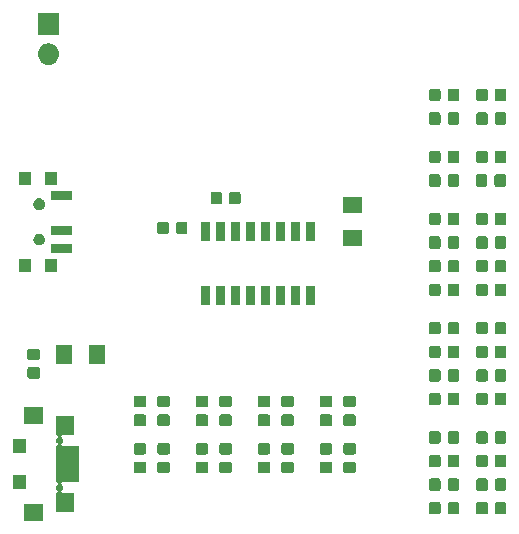
<source format=gts>
G04 #@! TF.GenerationSoftware,KiCad,Pcbnew,(5.1.0)-1*
G04 #@! TF.CreationDate,2020-03-21T23:41:27-05:00*
G04 #@! TF.ProjectId,dev,6465762e-6b69-4636-9164-5f7063625858,rev?*
G04 #@! TF.SameCoordinates,Original*
G04 #@! TF.FileFunction,Soldermask,Top*
G04 #@! TF.FilePolarity,Negative*
%FSLAX46Y46*%
G04 Gerber Fmt 4.6, Leading zero omitted, Abs format (unit mm)*
G04 Created by KiCad (PCBNEW (5.1.0)-1) date 2020-03-21 23:41:27*
%MOMM*%
%LPD*%
G04 APERTURE LIST*
%ADD10C,0.100000*%
G04 APERTURE END LIST*
D10*
G36*
X78531000Y-123551000D02*
G01*
X76929000Y-123551000D01*
X76929000Y-122099000D01*
X78531000Y-122099000D01*
X78531000Y-123551000D01*
X78531000Y-123551000D01*
G37*
G36*
X117629591Y-121978085D02*
G01*
X117663569Y-121988393D01*
X117694890Y-122005134D01*
X117722339Y-122027661D01*
X117744866Y-122055110D01*
X117761607Y-122086431D01*
X117771915Y-122120409D01*
X117776000Y-122161890D01*
X117776000Y-122838110D01*
X117771915Y-122879591D01*
X117761607Y-122913569D01*
X117744866Y-122944890D01*
X117722339Y-122972339D01*
X117694890Y-122994866D01*
X117663569Y-123011607D01*
X117629591Y-123021915D01*
X117588110Y-123026000D01*
X116986890Y-123026000D01*
X116945409Y-123021915D01*
X116911431Y-123011607D01*
X116880110Y-122994866D01*
X116852661Y-122972339D01*
X116830134Y-122944890D01*
X116813393Y-122913569D01*
X116803085Y-122879591D01*
X116799000Y-122838110D01*
X116799000Y-122161890D01*
X116803085Y-122120409D01*
X116813393Y-122086431D01*
X116830134Y-122055110D01*
X116852661Y-122027661D01*
X116880110Y-122005134D01*
X116911431Y-121988393D01*
X116945409Y-121978085D01*
X116986890Y-121974000D01*
X117588110Y-121974000D01*
X117629591Y-121978085D01*
X117629591Y-121978085D01*
G37*
G36*
X116054591Y-121978085D02*
G01*
X116088569Y-121988393D01*
X116119890Y-122005134D01*
X116147339Y-122027661D01*
X116169866Y-122055110D01*
X116186607Y-122086431D01*
X116196915Y-122120409D01*
X116201000Y-122161890D01*
X116201000Y-122838110D01*
X116196915Y-122879591D01*
X116186607Y-122913569D01*
X116169866Y-122944890D01*
X116147339Y-122972339D01*
X116119890Y-122994866D01*
X116088569Y-123011607D01*
X116054591Y-123021915D01*
X116013110Y-123026000D01*
X115411890Y-123026000D01*
X115370409Y-123021915D01*
X115336431Y-123011607D01*
X115305110Y-122994866D01*
X115277661Y-122972339D01*
X115255134Y-122944890D01*
X115238393Y-122913569D01*
X115228085Y-122879591D01*
X115224000Y-122838110D01*
X115224000Y-122161890D01*
X115228085Y-122120409D01*
X115238393Y-122086431D01*
X115255134Y-122055110D01*
X115277661Y-122027661D01*
X115305110Y-122005134D01*
X115336431Y-121988393D01*
X115370409Y-121978085D01*
X115411890Y-121974000D01*
X116013110Y-121974000D01*
X116054591Y-121978085D01*
X116054591Y-121978085D01*
G37*
G36*
X113629591Y-121978085D02*
G01*
X113663569Y-121988393D01*
X113694890Y-122005134D01*
X113722339Y-122027661D01*
X113744866Y-122055110D01*
X113761607Y-122086431D01*
X113771915Y-122120409D01*
X113776000Y-122161890D01*
X113776000Y-122838110D01*
X113771915Y-122879591D01*
X113761607Y-122913569D01*
X113744866Y-122944890D01*
X113722339Y-122972339D01*
X113694890Y-122994866D01*
X113663569Y-123011607D01*
X113629591Y-123021915D01*
X113588110Y-123026000D01*
X112986890Y-123026000D01*
X112945409Y-123021915D01*
X112911431Y-123011607D01*
X112880110Y-122994866D01*
X112852661Y-122972339D01*
X112830134Y-122944890D01*
X112813393Y-122913569D01*
X112803085Y-122879591D01*
X112799000Y-122838110D01*
X112799000Y-122161890D01*
X112803085Y-122120409D01*
X112813393Y-122086431D01*
X112830134Y-122055110D01*
X112852661Y-122027661D01*
X112880110Y-122005134D01*
X112911431Y-121988393D01*
X112945409Y-121978085D01*
X112986890Y-121974000D01*
X113588110Y-121974000D01*
X113629591Y-121978085D01*
X113629591Y-121978085D01*
G37*
G36*
X112054591Y-121978085D02*
G01*
X112088569Y-121988393D01*
X112119890Y-122005134D01*
X112147339Y-122027661D01*
X112169866Y-122055110D01*
X112186607Y-122086431D01*
X112196915Y-122120409D01*
X112201000Y-122161890D01*
X112201000Y-122838110D01*
X112196915Y-122879591D01*
X112186607Y-122913569D01*
X112169866Y-122944890D01*
X112147339Y-122972339D01*
X112119890Y-122994866D01*
X112088569Y-123011607D01*
X112054591Y-123021915D01*
X112013110Y-123026000D01*
X111411890Y-123026000D01*
X111370409Y-123021915D01*
X111336431Y-123011607D01*
X111305110Y-122994866D01*
X111277661Y-122972339D01*
X111255134Y-122944890D01*
X111238393Y-122913569D01*
X111228085Y-122879591D01*
X111224000Y-122838110D01*
X111224000Y-122161890D01*
X111228085Y-122120409D01*
X111238393Y-122086431D01*
X111255134Y-122055110D01*
X111277661Y-122027661D01*
X111305110Y-122005134D01*
X111336431Y-121988393D01*
X111370409Y-121978085D01*
X111411890Y-121974000D01*
X112013110Y-121974000D01*
X112054591Y-121978085D01*
X112054591Y-121978085D01*
G37*
G36*
X81151000Y-116301000D02*
G01*
X80228452Y-116301000D01*
X80204066Y-116303402D01*
X80180617Y-116310515D01*
X80159006Y-116322066D01*
X80140064Y-116337611D01*
X80124519Y-116356553D01*
X80112968Y-116378164D01*
X80105855Y-116401613D01*
X80103453Y-116425999D01*
X80105855Y-116450385D01*
X80112968Y-116473834D01*
X80124519Y-116495445D01*
X80140064Y-116514387D01*
X80141873Y-116516196D01*
X80141876Y-116516198D01*
X80183802Y-116558124D01*
X80216742Y-116607423D01*
X80216743Y-116607425D01*
X80239433Y-116662203D01*
X80251000Y-116720353D01*
X80251000Y-116779647D01*
X80239433Y-116837797D01*
X80222121Y-116879591D01*
X80216742Y-116892577D01*
X80183802Y-116941876D01*
X80141876Y-116983802D01*
X80141873Y-116983804D01*
X80140064Y-116985613D01*
X80124519Y-117004555D01*
X80112968Y-117026166D01*
X80105855Y-117049615D01*
X80103453Y-117074001D01*
X80105855Y-117098387D01*
X80112968Y-117121836D01*
X80124519Y-117143447D01*
X80140064Y-117162389D01*
X80159006Y-117177934D01*
X80180617Y-117189485D01*
X80204066Y-117196598D01*
X80228452Y-117199000D01*
X81551000Y-117199000D01*
X81551000Y-120301000D01*
X80228452Y-120301000D01*
X80204066Y-120303402D01*
X80180617Y-120310515D01*
X80159006Y-120322066D01*
X80140064Y-120337611D01*
X80124519Y-120356553D01*
X80112968Y-120378164D01*
X80105855Y-120401613D01*
X80103453Y-120425999D01*
X80105855Y-120450385D01*
X80112968Y-120473834D01*
X80124519Y-120495445D01*
X80140064Y-120514387D01*
X80141873Y-120516196D01*
X80141876Y-120516198D01*
X80183802Y-120558124D01*
X80216742Y-120607423D01*
X80216743Y-120607425D01*
X80239433Y-120662203D01*
X80251000Y-120720353D01*
X80251000Y-120779647D01*
X80239433Y-120837797D01*
X80222121Y-120879591D01*
X80216742Y-120892577D01*
X80183802Y-120941876D01*
X80141876Y-120983802D01*
X80141873Y-120983804D01*
X80140064Y-120985613D01*
X80124519Y-121004555D01*
X80112968Y-121026166D01*
X80105855Y-121049615D01*
X80103453Y-121074001D01*
X80105855Y-121098387D01*
X80112968Y-121121836D01*
X80124519Y-121143447D01*
X80140064Y-121162389D01*
X80159006Y-121177934D01*
X80180617Y-121189485D01*
X80204066Y-121196598D01*
X80228452Y-121199000D01*
X81151000Y-121199000D01*
X81151000Y-122801000D01*
X79649000Y-122801000D01*
X79649000Y-121199000D01*
X79671548Y-121199000D01*
X79695934Y-121196598D01*
X79719383Y-121189485D01*
X79740994Y-121177934D01*
X79759936Y-121162389D01*
X79775481Y-121143447D01*
X79787032Y-121121836D01*
X79794145Y-121098387D01*
X79796547Y-121074001D01*
X79794145Y-121049615D01*
X79787032Y-121026166D01*
X79775481Y-121004555D01*
X79759936Y-120985613D01*
X79758127Y-120983804D01*
X79758124Y-120983802D01*
X79716198Y-120941876D01*
X79683258Y-120892577D01*
X79677879Y-120879591D01*
X79660567Y-120837797D01*
X79649000Y-120779647D01*
X79649000Y-120720353D01*
X79660567Y-120662203D01*
X79683257Y-120607425D01*
X79683258Y-120607423D01*
X79716198Y-120558124D01*
X79758124Y-120516198D01*
X79758127Y-120516196D01*
X79759936Y-120514387D01*
X79775481Y-120495445D01*
X79787032Y-120473834D01*
X79794145Y-120450385D01*
X79796547Y-120425999D01*
X79794145Y-120401613D01*
X79787032Y-120378164D01*
X79775481Y-120356553D01*
X79759936Y-120337611D01*
X79740994Y-120322066D01*
X79719383Y-120310515D01*
X79695934Y-120303402D01*
X79671548Y-120301000D01*
X79649000Y-120301000D01*
X79649000Y-117199000D01*
X79671548Y-117199000D01*
X79695934Y-117196598D01*
X79719383Y-117189485D01*
X79740994Y-117177934D01*
X79759936Y-117162389D01*
X79775481Y-117143447D01*
X79787032Y-117121836D01*
X79794145Y-117098387D01*
X79796547Y-117074001D01*
X79794145Y-117049615D01*
X79787032Y-117026166D01*
X79775481Y-117004555D01*
X79759936Y-116985613D01*
X79758127Y-116983804D01*
X79758124Y-116983802D01*
X79716198Y-116941876D01*
X79683258Y-116892577D01*
X79677879Y-116879591D01*
X79660567Y-116837797D01*
X79649000Y-116779647D01*
X79649000Y-116720353D01*
X79660567Y-116662203D01*
X79683257Y-116607425D01*
X79683258Y-116607423D01*
X79716198Y-116558124D01*
X79758124Y-116516198D01*
X79758127Y-116516196D01*
X79759936Y-116514387D01*
X79775481Y-116495445D01*
X79787032Y-116473834D01*
X79794145Y-116450385D01*
X79796547Y-116425999D01*
X79794145Y-116401613D01*
X79787032Y-116378164D01*
X79775481Y-116356553D01*
X79759936Y-116337611D01*
X79740994Y-116322066D01*
X79719383Y-116310515D01*
X79695934Y-116303402D01*
X79671548Y-116301000D01*
X79649000Y-116301000D01*
X79649000Y-114699000D01*
X81151000Y-114699000D01*
X81151000Y-116301000D01*
X81151000Y-116301000D01*
G37*
G36*
X117629591Y-119978085D02*
G01*
X117663569Y-119988393D01*
X117694890Y-120005134D01*
X117722339Y-120027661D01*
X117744866Y-120055110D01*
X117761607Y-120086431D01*
X117771915Y-120120409D01*
X117776000Y-120161890D01*
X117776000Y-120838110D01*
X117771915Y-120879591D01*
X117761607Y-120913569D01*
X117744866Y-120944890D01*
X117722339Y-120972339D01*
X117694890Y-120994866D01*
X117663569Y-121011607D01*
X117629591Y-121021915D01*
X117588110Y-121026000D01*
X116986890Y-121026000D01*
X116945409Y-121021915D01*
X116911431Y-121011607D01*
X116880110Y-120994866D01*
X116852661Y-120972339D01*
X116830134Y-120944890D01*
X116813393Y-120913569D01*
X116803085Y-120879591D01*
X116799000Y-120838110D01*
X116799000Y-120161890D01*
X116803085Y-120120409D01*
X116813393Y-120086431D01*
X116830134Y-120055110D01*
X116852661Y-120027661D01*
X116880110Y-120005134D01*
X116911431Y-119988393D01*
X116945409Y-119978085D01*
X116986890Y-119974000D01*
X117588110Y-119974000D01*
X117629591Y-119978085D01*
X117629591Y-119978085D01*
G37*
G36*
X112054591Y-119978085D02*
G01*
X112088569Y-119988393D01*
X112119890Y-120005134D01*
X112147339Y-120027661D01*
X112169866Y-120055110D01*
X112186607Y-120086431D01*
X112196915Y-120120409D01*
X112201000Y-120161890D01*
X112201000Y-120838110D01*
X112196915Y-120879591D01*
X112186607Y-120913569D01*
X112169866Y-120944890D01*
X112147339Y-120972339D01*
X112119890Y-120994866D01*
X112088569Y-121011607D01*
X112054591Y-121021915D01*
X112013110Y-121026000D01*
X111411890Y-121026000D01*
X111370409Y-121021915D01*
X111336431Y-121011607D01*
X111305110Y-120994866D01*
X111277661Y-120972339D01*
X111255134Y-120944890D01*
X111238393Y-120913569D01*
X111228085Y-120879591D01*
X111224000Y-120838110D01*
X111224000Y-120161890D01*
X111228085Y-120120409D01*
X111238393Y-120086431D01*
X111255134Y-120055110D01*
X111277661Y-120027661D01*
X111305110Y-120005134D01*
X111336431Y-119988393D01*
X111370409Y-119978085D01*
X111411890Y-119974000D01*
X112013110Y-119974000D01*
X112054591Y-119978085D01*
X112054591Y-119978085D01*
G37*
G36*
X113629591Y-119978085D02*
G01*
X113663569Y-119988393D01*
X113694890Y-120005134D01*
X113722339Y-120027661D01*
X113744866Y-120055110D01*
X113761607Y-120086431D01*
X113771915Y-120120409D01*
X113776000Y-120161890D01*
X113776000Y-120838110D01*
X113771915Y-120879591D01*
X113761607Y-120913569D01*
X113744866Y-120944890D01*
X113722339Y-120972339D01*
X113694890Y-120994866D01*
X113663569Y-121011607D01*
X113629591Y-121021915D01*
X113588110Y-121026000D01*
X112986890Y-121026000D01*
X112945409Y-121021915D01*
X112911431Y-121011607D01*
X112880110Y-120994866D01*
X112852661Y-120972339D01*
X112830134Y-120944890D01*
X112813393Y-120913569D01*
X112803085Y-120879591D01*
X112799000Y-120838110D01*
X112799000Y-120161890D01*
X112803085Y-120120409D01*
X112813393Y-120086431D01*
X112830134Y-120055110D01*
X112852661Y-120027661D01*
X112880110Y-120005134D01*
X112911431Y-119988393D01*
X112945409Y-119978085D01*
X112986890Y-119974000D01*
X113588110Y-119974000D01*
X113629591Y-119978085D01*
X113629591Y-119978085D01*
G37*
G36*
X116054591Y-119978085D02*
G01*
X116088569Y-119988393D01*
X116119890Y-120005134D01*
X116147339Y-120027661D01*
X116169866Y-120055110D01*
X116186607Y-120086431D01*
X116196915Y-120120409D01*
X116201000Y-120161890D01*
X116201000Y-120838110D01*
X116196915Y-120879591D01*
X116186607Y-120913569D01*
X116169866Y-120944890D01*
X116147339Y-120972339D01*
X116119890Y-120994866D01*
X116088569Y-121011607D01*
X116054591Y-121021915D01*
X116013110Y-121026000D01*
X115411890Y-121026000D01*
X115370409Y-121021915D01*
X115336431Y-121011607D01*
X115305110Y-120994866D01*
X115277661Y-120972339D01*
X115255134Y-120944890D01*
X115238393Y-120913569D01*
X115228085Y-120879591D01*
X115224000Y-120838110D01*
X115224000Y-120161890D01*
X115228085Y-120120409D01*
X115238393Y-120086431D01*
X115255134Y-120055110D01*
X115277661Y-120027661D01*
X115305110Y-120005134D01*
X115336431Y-119988393D01*
X115370409Y-119978085D01*
X115411890Y-119974000D01*
X116013110Y-119974000D01*
X116054591Y-119978085D01*
X116054591Y-119978085D01*
G37*
G36*
X77101000Y-120851000D02*
G01*
X75999000Y-120851000D01*
X75999000Y-119649000D01*
X77101000Y-119649000D01*
X77101000Y-120851000D01*
X77101000Y-120851000D01*
G37*
G36*
X89129591Y-118553085D02*
G01*
X89163569Y-118563393D01*
X89194890Y-118580134D01*
X89222339Y-118602661D01*
X89244866Y-118630110D01*
X89261607Y-118661431D01*
X89271915Y-118695409D01*
X89276000Y-118736890D01*
X89276000Y-119338110D01*
X89271915Y-119379591D01*
X89261607Y-119413569D01*
X89244866Y-119444890D01*
X89222339Y-119472339D01*
X89194890Y-119494866D01*
X89163569Y-119511607D01*
X89129591Y-119521915D01*
X89088110Y-119526000D01*
X88411890Y-119526000D01*
X88370409Y-119521915D01*
X88336431Y-119511607D01*
X88305110Y-119494866D01*
X88277661Y-119472339D01*
X88255134Y-119444890D01*
X88238393Y-119413569D01*
X88228085Y-119379591D01*
X88224000Y-119338110D01*
X88224000Y-118736890D01*
X88228085Y-118695409D01*
X88238393Y-118661431D01*
X88255134Y-118630110D01*
X88277661Y-118602661D01*
X88305110Y-118580134D01*
X88336431Y-118563393D01*
X88370409Y-118553085D01*
X88411890Y-118549000D01*
X89088110Y-118549000D01*
X89129591Y-118553085D01*
X89129591Y-118553085D01*
G37*
G36*
X99629591Y-118553085D02*
G01*
X99663569Y-118563393D01*
X99694890Y-118580134D01*
X99722339Y-118602661D01*
X99744866Y-118630110D01*
X99761607Y-118661431D01*
X99771915Y-118695409D01*
X99776000Y-118736890D01*
X99776000Y-119338110D01*
X99771915Y-119379591D01*
X99761607Y-119413569D01*
X99744866Y-119444890D01*
X99722339Y-119472339D01*
X99694890Y-119494866D01*
X99663569Y-119511607D01*
X99629591Y-119521915D01*
X99588110Y-119526000D01*
X98911890Y-119526000D01*
X98870409Y-119521915D01*
X98836431Y-119511607D01*
X98805110Y-119494866D01*
X98777661Y-119472339D01*
X98755134Y-119444890D01*
X98738393Y-119413569D01*
X98728085Y-119379591D01*
X98724000Y-119338110D01*
X98724000Y-118736890D01*
X98728085Y-118695409D01*
X98738393Y-118661431D01*
X98755134Y-118630110D01*
X98777661Y-118602661D01*
X98805110Y-118580134D01*
X98836431Y-118563393D01*
X98870409Y-118553085D01*
X98911890Y-118549000D01*
X99588110Y-118549000D01*
X99629591Y-118553085D01*
X99629591Y-118553085D01*
G37*
G36*
X102879591Y-118553085D02*
G01*
X102913569Y-118563393D01*
X102944890Y-118580134D01*
X102972339Y-118602661D01*
X102994866Y-118630110D01*
X103011607Y-118661431D01*
X103021915Y-118695409D01*
X103026000Y-118736890D01*
X103026000Y-119338110D01*
X103021915Y-119379591D01*
X103011607Y-119413569D01*
X102994866Y-119444890D01*
X102972339Y-119472339D01*
X102944890Y-119494866D01*
X102913569Y-119511607D01*
X102879591Y-119521915D01*
X102838110Y-119526000D01*
X102161890Y-119526000D01*
X102120409Y-119521915D01*
X102086431Y-119511607D01*
X102055110Y-119494866D01*
X102027661Y-119472339D01*
X102005134Y-119444890D01*
X101988393Y-119413569D01*
X101978085Y-119379591D01*
X101974000Y-119338110D01*
X101974000Y-118736890D01*
X101978085Y-118695409D01*
X101988393Y-118661431D01*
X102005134Y-118630110D01*
X102027661Y-118602661D01*
X102055110Y-118580134D01*
X102086431Y-118563393D01*
X102120409Y-118553085D01*
X102161890Y-118549000D01*
X102838110Y-118549000D01*
X102879591Y-118553085D01*
X102879591Y-118553085D01*
G37*
G36*
X87129591Y-118553085D02*
G01*
X87163569Y-118563393D01*
X87194890Y-118580134D01*
X87222339Y-118602661D01*
X87244866Y-118630110D01*
X87261607Y-118661431D01*
X87271915Y-118695409D01*
X87276000Y-118736890D01*
X87276000Y-119338110D01*
X87271915Y-119379591D01*
X87261607Y-119413569D01*
X87244866Y-119444890D01*
X87222339Y-119472339D01*
X87194890Y-119494866D01*
X87163569Y-119511607D01*
X87129591Y-119521915D01*
X87088110Y-119526000D01*
X86411890Y-119526000D01*
X86370409Y-119521915D01*
X86336431Y-119511607D01*
X86305110Y-119494866D01*
X86277661Y-119472339D01*
X86255134Y-119444890D01*
X86238393Y-119413569D01*
X86228085Y-119379591D01*
X86224000Y-119338110D01*
X86224000Y-118736890D01*
X86228085Y-118695409D01*
X86238393Y-118661431D01*
X86255134Y-118630110D01*
X86277661Y-118602661D01*
X86305110Y-118580134D01*
X86336431Y-118563393D01*
X86370409Y-118553085D01*
X86411890Y-118549000D01*
X87088110Y-118549000D01*
X87129591Y-118553085D01*
X87129591Y-118553085D01*
G37*
G36*
X92379591Y-118553085D02*
G01*
X92413569Y-118563393D01*
X92444890Y-118580134D01*
X92472339Y-118602661D01*
X92494866Y-118630110D01*
X92511607Y-118661431D01*
X92521915Y-118695409D01*
X92526000Y-118736890D01*
X92526000Y-119338110D01*
X92521915Y-119379591D01*
X92511607Y-119413569D01*
X92494866Y-119444890D01*
X92472339Y-119472339D01*
X92444890Y-119494866D01*
X92413569Y-119511607D01*
X92379591Y-119521915D01*
X92338110Y-119526000D01*
X91661890Y-119526000D01*
X91620409Y-119521915D01*
X91586431Y-119511607D01*
X91555110Y-119494866D01*
X91527661Y-119472339D01*
X91505134Y-119444890D01*
X91488393Y-119413569D01*
X91478085Y-119379591D01*
X91474000Y-119338110D01*
X91474000Y-118736890D01*
X91478085Y-118695409D01*
X91488393Y-118661431D01*
X91505134Y-118630110D01*
X91527661Y-118602661D01*
X91555110Y-118580134D01*
X91586431Y-118563393D01*
X91620409Y-118553085D01*
X91661890Y-118549000D01*
X92338110Y-118549000D01*
X92379591Y-118553085D01*
X92379591Y-118553085D01*
G37*
G36*
X97629591Y-118553085D02*
G01*
X97663569Y-118563393D01*
X97694890Y-118580134D01*
X97722339Y-118602661D01*
X97744866Y-118630110D01*
X97761607Y-118661431D01*
X97771915Y-118695409D01*
X97776000Y-118736890D01*
X97776000Y-119338110D01*
X97771915Y-119379591D01*
X97761607Y-119413569D01*
X97744866Y-119444890D01*
X97722339Y-119472339D01*
X97694890Y-119494866D01*
X97663569Y-119511607D01*
X97629591Y-119521915D01*
X97588110Y-119526000D01*
X96911890Y-119526000D01*
X96870409Y-119521915D01*
X96836431Y-119511607D01*
X96805110Y-119494866D01*
X96777661Y-119472339D01*
X96755134Y-119444890D01*
X96738393Y-119413569D01*
X96728085Y-119379591D01*
X96724000Y-119338110D01*
X96724000Y-118736890D01*
X96728085Y-118695409D01*
X96738393Y-118661431D01*
X96755134Y-118630110D01*
X96777661Y-118602661D01*
X96805110Y-118580134D01*
X96836431Y-118563393D01*
X96870409Y-118553085D01*
X96911890Y-118549000D01*
X97588110Y-118549000D01*
X97629591Y-118553085D01*
X97629591Y-118553085D01*
G37*
G36*
X104879591Y-118553085D02*
G01*
X104913569Y-118563393D01*
X104944890Y-118580134D01*
X104972339Y-118602661D01*
X104994866Y-118630110D01*
X105011607Y-118661431D01*
X105021915Y-118695409D01*
X105026000Y-118736890D01*
X105026000Y-119338110D01*
X105021915Y-119379591D01*
X105011607Y-119413569D01*
X104994866Y-119444890D01*
X104972339Y-119472339D01*
X104944890Y-119494866D01*
X104913569Y-119511607D01*
X104879591Y-119521915D01*
X104838110Y-119526000D01*
X104161890Y-119526000D01*
X104120409Y-119521915D01*
X104086431Y-119511607D01*
X104055110Y-119494866D01*
X104027661Y-119472339D01*
X104005134Y-119444890D01*
X103988393Y-119413569D01*
X103978085Y-119379591D01*
X103974000Y-119338110D01*
X103974000Y-118736890D01*
X103978085Y-118695409D01*
X103988393Y-118661431D01*
X104005134Y-118630110D01*
X104027661Y-118602661D01*
X104055110Y-118580134D01*
X104086431Y-118563393D01*
X104120409Y-118553085D01*
X104161890Y-118549000D01*
X104838110Y-118549000D01*
X104879591Y-118553085D01*
X104879591Y-118553085D01*
G37*
G36*
X94379591Y-118553085D02*
G01*
X94413569Y-118563393D01*
X94444890Y-118580134D01*
X94472339Y-118602661D01*
X94494866Y-118630110D01*
X94511607Y-118661431D01*
X94521915Y-118695409D01*
X94526000Y-118736890D01*
X94526000Y-119338110D01*
X94521915Y-119379591D01*
X94511607Y-119413569D01*
X94494866Y-119444890D01*
X94472339Y-119472339D01*
X94444890Y-119494866D01*
X94413569Y-119511607D01*
X94379591Y-119521915D01*
X94338110Y-119526000D01*
X93661890Y-119526000D01*
X93620409Y-119521915D01*
X93586431Y-119511607D01*
X93555110Y-119494866D01*
X93527661Y-119472339D01*
X93505134Y-119444890D01*
X93488393Y-119413569D01*
X93478085Y-119379591D01*
X93474000Y-119338110D01*
X93474000Y-118736890D01*
X93478085Y-118695409D01*
X93488393Y-118661431D01*
X93505134Y-118630110D01*
X93527661Y-118602661D01*
X93555110Y-118580134D01*
X93586431Y-118563393D01*
X93620409Y-118553085D01*
X93661890Y-118549000D01*
X94338110Y-118549000D01*
X94379591Y-118553085D01*
X94379591Y-118553085D01*
G37*
G36*
X113629591Y-117978085D02*
G01*
X113663569Y-117988393D01*
X113694890Y-118005134D01*
X113722339Y-118027661D01*
X113744866Y-118055110D01*
X113761607Y-118086431D01*
X113771915Y-118120409D01*
X113776000Y-118161890D01*
X113776000Y-118838110D01*
X113771915Y-118879591D01*
X113761607Y-118913569D01*
X113744866Y-118944890D01*
X113722339Y-118972339D01*
X113694890Y-118994866D01*
X113663569Y-119011607D01*
X113629591Y-119021915D01*
X113588110Y-119026000D01*
X112986890Y-119026000D01*
X112945409Y-119021915D01*
X112911431Y-119011607D01*
X112880110Y-118994866D01*
X112852661Y-118972339D01*
X112830134Y-118944890D01*
X112813393Y-118913569D01*
X112803085Y-118879591D01*
X112799000Y-118838110D01*
X112799000Y-118161890D01*
X112803085Y-118120409D01*
X112813393Y-118086431D01*
X112830134Y-118055110D01*
X112852661Y-118027661D01*
X112880110Y-118005134D01*
X112911431Y-117988393D01*
X112945409Y-117978085D01*
X112986890Y-117974000D01*
X113588110Y-117974000D01*
X113629591Y-117978085D01*
X113629591Y-117978085D01*
G37*
G36*
X117629591Y-117978085D02*
G01*
X117663569Y-117988393D01*
X117694890Y-118005134D01*
X117722339Y-118027661D01*
X117744866Y-118055110D01*
X117761607Y-118086431D01*
X117771915Y-118120409D01*
X117776000Y-118161890D01*
X117776000Y-118838110D01*
X117771915Y-118879591D01*
X117761607Y-118913569D01*
X117744866Y-118944890D01*
X117722339Y-118972339D01*
X117694890Y-118994866D01*
X117663569Y-119011607D01*
X117629591Y-119021915D01*
X117588110Y-119026000D01*
X116986890Y-119026000D01*
X116945409Y-119021915D01*
X116911431Y-119011607D01*
X116880110Y-118994866D01*
X116852661Y-118972339D01*
X116830134Y-118944890D01*
X116813393Y-118913569D01*
X116803085Y-118879591D01*
X116799000Y-118838110D01*
X116799000Y-118161890D01*
X116803085Y-118120409D01*
X116813393Y-118086431D01*
X116830134Y-118055110D01*
X116852661Y-118027661D01*
X116880110Y-118005134D01*
X116911431Y-117988393D01*
X116945409Y-117978085D01*
X116986890Y-117974000D01*
X117588110Y-117974000D01*
X117629591Y-117978085D01*
X117629591Y-117978085D01*
G37*
G36*
X116054591Y-117978085D02*
G01*
X116088569Y-117988393D01*
X116119890Y-118005134D01*
X116147339Y-118027661D01*
X116169866Y-118055110D01*
X116186607Y-118086431D01*
X116196915Y-118120409D01*
X116201000Y-118161890D01*
X116201000Y-118838110D01*
X116196915Y-118879591D01*
X116186607Y-118913569D01*
X116169866Y-118944890D01*
X116147339Y-118972339D01*
X116119890Y-118994866D01*
X116088569Y-119011607D01*
X116054591Y-119021915D01*
X116013110Y-119026000D01*
X115411890Y-119026000D01*
X115370409Y-119021915D01*
X115336431Y-119011607D01*
X115305110Y-118994866D01*
X115277661Y-118972339D01*
X115255134Y-118944890D01*
X115238393Y-118913569D01*
X115228085Y-118879591D01*
X115224000Y-118838110D01*
X115224000Y-118161890D01*
X115228085Y-118120409D01*
X115238393Y-118086431D01*
X115255134Y-118055110D01*
X115277661Y-118027661D01*
X115305110Y-118005134D01*
X115336431Y-117988393D01*
X115370409Y-117978085D01*
X115411890Y-117974000D01*
X116013110Y-117974000D01*
X116054591Y-117978085D01*
X116054591Y-117978085D01*
G37*
G36*
X112054591Y-117978085D02*
G01*
X112088569Y-117988393D01*
X112119890Y-118005134D01*
X112147339Y-118027661D01*
X112169866Y-118055110D01*
X112186607Y-118086431D01*
X112196915Y-118120409D01*
X112201000Y-118161890D01*
X112201000Y-118838110D01*
X112196915Y-118879591D01*
X112186607Y-118913569D01*
X112169866Y-118944890D01*
X112147339Y-118972339D01*
X112119890Y-118994866D01*
X112088569Y-119011607D01*
X112054591Y-119021915D01*
X112013110Y-119026000D01*
X111411890Y-119026000D01*
X111370409Y-119021915D01*
X111336431Y-119011607D01*
X111305110Y-118994866D01*
X111277661Y-118972339D01*
X111255134Y-118944890D01*
X111238393Y-118913569D01*
X111228085Y-118879591D01*
X111224000Y-118838110D01*
X111224000Y-118161890D01*
X111228085Y-118120409D01*
X111238393Y-118086431D01*
X111255134Y-118055110D01*
X111277661Y-118027661D01*
X111305110Y-118005134D01*
X111336431Y-117988393D01*
X111370409Y-117978085D01*
X111411890Y-117974000D01*
X112013110Y-117974000D01*
X112054591Y-117978085D01*
X112054591Y-117978085D01*
G37*
G36*
X97629591Y-116978085D02*
G01*
X97663569Y-116988393D01*
X97694890Y-117005134D01*
X97722339Y-117027661D01*
X97744866Y-117055110D01*
X97761607Y-117086431D01*
X97771915Y-117120409D01*
X97776000Y-117161890D01*
X97776000Y-117763110D01*
X97771915Y-117804591D01*
X97761607Y-117838569D01*
X97744866Y-117869890D01*
X97722339Y-117897339D01*
X97694890Y-117919866D01*
X97663569Y-117936607D01*
X97629591Y-117946915D01*
X97588110Y-117951000D01*
X96911890Y-117951000D01*
X96870409Y-117946915D01*
X96836431Y-117936607D01*
X96805110Y-117919866D01*
X96777661Y-117897339D01*
X96755134Y-117869890D01*
X96738393Y-117838569D01*
X96728085Y-117804591D01*
X96724000Y-117763110D01*
X96724000Y-117161890D01*
X96728085Y-117120409D01*
X96738393Y-117086431D01*
X96755134Y-117055110D01*
X96777661Y-117027661D01*
X96805110Y-117005134D01*
X96836431Y-116988393D01*
X96870409Y-116978085D01*
X96911890Y-116974000D01*
X97588110Y-116974000D01*
X97629591Y-116978085D01*
X97629591Y-116978085D01*
G37*
G36*
X94379591Y-116978085D02*
G01*
X94413569Y-116988393D01*
X94444890Y-117005134D01*
X94472339Y-117027661D01*
X94494866Y-117055110D01*
X94511607Y-117086431D01*
X94521915Y-117120409D01*
X94526000Y-117161890D01*
X94526000Y-117763110D01*
X94521915Y-117804591D01*
X94511607Y-117838569D01*
X94494866Y-117869890D01*
X94472339Y-117897339D01*
X94444890Y-117919866D01*
X94413569Y-117936607D01*
X94379591Y-117946915D01*
X94338110Y-117951000D01*
X93661890Y-117951000D01*
X93620409Y-117946915D01*
X93586431Y-117936607D01*
X93555110Y-117919866D01*
X93527661Y-117897339D01*
X93505134Y-117869890D01*
X93488393Y-117838569D01*
X93478085Y-117804591D01*
X93474000Y-117763110D01*
X93474000Y-117161890D01*
X93478085Y-117120409D01*
X93488393Y-117086431D01*
X93505134Y-117055110D01*
X93527661Y-117027661D01*
X93555110Y-117005134D01*
X93586431Y-116988393D01*
X93620409Y-116978085D01*
X93661890Y-116974000D01*
X94338110Y-116974000D01*
X94379591Y-116978085D01*
X94379591Y-116978085D01*
G37*
G36*
X92379591Y-116978085D02*
G01*
X92413569Y-116988393D01*
X92444890Y-117005134D01*
X92472339Y-117027661D01*
X92494866Y-117055110D01*
X92511607Y-117086431D01*
X92521915Y-117120409D01*
X92526000Y-117161890D01*
X92526000Y-117763110D01*
X92521915Y-117804591D01*
X92511607Y-117838569D01*
X92494866Y-117869890D01*
X92472339Y-117897339D01*
X92444890Y-117919866D01*
X92413569Y-117936607D01*
X92379591Y-117946915D01*
X92338110Y-117951000D01*
X91661890Y-117951000D01*
X91620409Y-117946915D01*
X91586431Y-117936607D01*
X91555110Y-117919866D01*
X91527661Y-117897339D01*
X91505134Y-117869890D01*
X91488393Y-117838569D01*
X91478085Y-117804591D01*
X91474000Y-117763110D01*
X91474000Y-117161890D01*
X91478085Y-117120409D01*
X91488393Y-117086431D01*
X91505134Y-117055110D01*
X91527661Y-117027661D01*
X91555110Y-117005134D01*
X91586431Y-116988393D01*
X91620409Y-116978085D01*
X91661890Y-116974000D01*
X92338110Y-116974000D01*
X92379591Y-116978085D01*
X92379591Y-116978085D01*
G37*
G36*
X99629591Y-116978085D02*
G01*
X99663569Y-116988393D01*
X99694890Y-117005134D01*
X99722339Y-117027661D01*
X99744866Y-117055110D01*
X99761607Y-117086431D01*
X99771915Y-117120409D01*
X99776000Y-117161890D01*
X99776000Y-117763110D01*
X99771915Y-117804591D01*
X99761607Y-117838569D01*
X99744866Y-117869890D01*
X99722339Y-117897339D01*
X99694890Y-117919866D01*
X99663569Y-117936607D01*
X99629591Y-117946915D01*
X99588110Y-117951000D01*
X98911890Y-117951000D01*
X98870409Y-117946915D01*
X98836431Y-117936607D01*
X98805110Y-117919866D01*
X98777661Y-117897339D01*
X98755134Y-117869890D01*
X98738393Y-117838569D01*
X98728085Y-117804591D01*
X98724000Y-117763110D01*
X98724000Y-117161890D01*
X98728085Y-117120409D01*
X98738393Y-117086431D01*
X98755134Y-117055110D01*
X98777661Y-117027661D01*
X98805110Y-117005134D01*
X98836431Y-116988393D01*
X98870409Y-116978085D01*
X98911890Y-116974000D01*
X99588110Y-116974000D01*
X99629591Y-116978085D01*
X99629591Y-116978085D01*
G37*
G36*
X102879591Y-116978085D02*
G01*
X102913569Y-116988393D01*
X102944890Y-117005134D01*
X102972339Y-117027661D01*
X102994866Y-117055110D01*
X103011607Y-117086431D01*
X103021915Y-117120409D01*
X103026000Y-117161890D01*
X103026000Y-117763110D01*
X103021915Y-117804591D01*
X103011607Y-117838569D01*
X102994866Y-117869890D01*
X102972339Y-117897339D01*
X102944890Y-117919866D01*
X102913569Y-117936607D01*
X102879591Y-117946915D01*
X102838110Y-117951000D01*
X102161890Y-117951000D01*
X102120409Y-117946915D01*
X102086431Y-117936607D01*
X102055110Y-117919866D01*
X102027661Y-117897339D01*
X102005134Y-117869890D01*
X101988393Y-117838569D01*
X101978085Y-117804591D01*
X101974000Y-117763110D01*
X101974000Y-117161890D01*
X101978085Y-117120409D01*
X101988393Y-117086431D01*
X102005134Y-117055110D01*
X102027661Y-117027661D01*
X102055110Y-117005134D01*
X102086431Y-116988393D01*
X102120409Y-116978085D01*
X102161890Y-116974000D01*
X102838110Y-116974000D01*
X102879591Y-116978085D01*
X102879591Y-116978085D01*
G37*
G36*
X87129591Y-116978085D02*
G01*
X87163569Y-116988393D01*
X87194890Y-117005134D01*
X87222339Y-117027661D01*
X87244866Y-117055110D01*
X87261607Y-117086431D01*
X87271915Y-117120409D01*
X87276000Y-117161890D01*
X87276000Y-117763110D01*
X87271915Y-117804591D01*
X87261607Y-117838569D01*
X87244866Y-117869890D01*
X87222339Y-117897339D01*
X87194890Y-117919866D01*
X87163569Y-117936607D01*
X87129591Y-117946915D01*
X87088110Y-117951000D01*
X86411890Y-117951000D01*
X86370409Y-117946915D01*
X86336431Y-117936607D01*
X86305110Y-117919866D01*
X86277661Y-117897339D01*
X86255134Y-117869890D01*
X86238393Y-117838569D01*
X86228085Y-117804591D01*
X86224000Y-117763110D01*
X86224000Y-117161890D01*
X86228085Y-117120409D01*
X86238393Y-117086431D01*
X86255134Y-117055110D01*
X86277661Y-117027661D01*
X86305110Y-117005134D01*
X86336431Y-116988393D01*
X86370409Y-116978085D01*
X86411890Y-116974000D01*
X87088110Y-116974000D01*
X87129591Y-116978085D01*
X87129591Y-116978085D01*
G37*
G36*
X104879591Y-116978085D02*
G01*
X104913569Y-116988393D01*
X104944890Y-117005134D01*
X104972339Y-117027661D01*
X104994866Y-117055110D01*
X105011607Y-117086431D01*
X105021915Y-117120409D01*
X105026000Y-117161890D01*
X105026000Y-117763110D01*
X105021915Y-117804591D01*
X105011607Y-117838569D01*
X104994866Y-117869890D01*
X104972339Y-117897339D01*
X104944890Y-117919866D01*
X104913569Y-117936607D01*
X104879591Y-117946915D01*
X104838110Y-117951000D01*
X104161890Y-117951000D01*
X104120409Y-117946915D01*
X104086431Y-117936607D01*
X104055110Y-117919866D01*
X104027661Y-117897339D01*
X104005134Y-117869890D01*
X103988393Y-117838569D01*
X103978085Y-117804591D01*
X103974000Y-117763110D01*
X103974000Y-117161890D01*
X103978085Y-117120409D01*
X103988393Y-117086431D01*
X104005134Y-117055110D01*
X104027661Y-117027661D01*
X104055110Y-117005134D01*
X104086431Y-116988393D01*
X104120409Y-116978085D01*
X104161890Y-116974000D01*
X104838110Y-116974000D01*
X104879591Y-116978085D01*
X104879591Y-116978085D01*
G37*
G36*
X89129591Y-116978085D02*
G01*
X89163569Y-116988393D01*
X89194890Y-117005134D01*
X89222339Y-117027661D01*
X89244866Y-117055110D01*
X89261607Y-117086431D01*
X89271915Y-117120409D01*
X89276000Y-117161890D01*
X89276000Y-117763110D01*
X89271915Y-117804591D01*
X89261607Y-117838569D01*
X89244866Y-117869890D01*
X89222339Y-117897339D01*
X89194890Y-117919866D01*
X89163569Y-117936607D01*
X89129591Y-117946915D01*
X89088110Y-117951000D01*
X88411890Y-117951000D01*
X88370409Y-117946915D01*
X88336431Y-117936607D01*
X88305110Y-117919866D01*
X88277661Y-117897339D01*
X88255134Y-117869890D01*
X88238393Y-117838569D01*
X88228085Y-117804591D01*
X88224000Y-117763110D01*
X88224000Y-117161890D01*
X88228085Y-117120409D01*
X88238393Y-117086431D01*
X88255134Y-117055110D01*
X88277661Y-117027661D01*
X88305110Y-117005134D01*
X88336431Y-116988393D01*
X88370409Y-116978085D01*
X88411890Y-116974000D01*
X89088110Y-116974000D01*
X89129591Y-116978085D01*
X89129591Y-116978085D01*
G37*
G36*
X77101000Y-117851000D02*
G01*
X75999000Y-117851000D01*
X75999000Y-116649000D01*
X77101000Y-116649000D01*
X77101000Y-117851000D01*
X77101000Y-117851000D01*
G37*
G36*
X112054591Y-115978085D02*
G01*
X112088569Y-115988393D01*
X112119890Y-116005134D01*
X112147339Y-116027661D01*
X112169866Y-116055110D01*
X112186607Y-116086431D01*
X112196915Y-116120409D01*
X112201000Y-116161890D01*
X112201000Y-116838110D01*
X112196915Y-116879591D01*
X112186607Y-116913569D01*
X112169866Y-116944890D01*
X112147339Y-116972339D01*
X112119890Y-116994866D01*
X112088569Y-117011607D01*
X112054591Y-117021915D01*
X112013110Y-117026000D01*
X111411890Y-117026000D01*
X111370409Y-117021915D01*
X111336431Y-117011607D01*
X111305110Y-116994866D01*
X111277661Y-116972339D01*
X111255134Y-116944890D01*
X111238393Y-116913569D01*
X111228085Y-116879591D01*
X111224000Y-116838110D01*
X111224000Y-116161890D01*
X111228085Y-116120409D01*
X111238393Y-116086431D01*
X111255134Y-116055110D01*
X111277661Y-116027661D01*
X111305110Y-116005134D01*
X111336431Y-115988393D01*
X111370409Y-115978085D01*
X111411890Y-115974000D01*
X112013110Y-115974000D01*
X112054591Y-115978085D01*
X112054591Y-115978085D01*
G37*
G36*
X113629591Y-115978085D02*
G01*
X113663569Y-115988393D01*
X113694890Y-116005134D01*
X113722339Y-116027661D01*
X113744866Y-116055110D01*
X113761607Y-116086431D01*
X113771915Y-116120409D01*
X113776000Y-116161890D01*
X113776000Y-116838110D01*
X113771915Y-116879591D01*
X113761607Y-116913569D01*
X113744866Y-116944890D01*
X113722339Y-116972339D01*
X113694890Y-116994866D01*
X113663569Y-117011607D01*
X113629591Y-117021915D01*
X113588110Y-117026000D01*
X112986890Y-117026000D01*
X112945409Y-117021915D01*
X112911431Y-117011607D01*
X112880110Y-116994866D01*
X112852661Y-116972339D01*
X112830134Y-116944890D01*
X112813393Y-116913569D01*
X112803085Y-116879591D01*
X112799000Y-116838110D01*
X112799000Y-116161890D01*
X112803085Y-116120409D01*
X112813393Y-116086431D01*
X112830134Y-116055110D01*
X112852661Y-116027661D01*
X112880110Y-116005134D01*
X112911431Y-115988393D01*
X112945409Y-115978085D01*
X112986890Y-115974000D01*
X113588110Y-115974000D01*
X113629591Y-115978085D01*
X113629591Y-115978085D01*
G37*
G36*
X116054591Y-115978085D02*
G01*
X116088569Y-115988393D01*
X116119890Y-116005134D01*
X116147339Y-116027661D01*
X116169866Y-116055110D01*
X116186607Y-116086431D01*
X116196915Y-116120409D01*
X116201000Y-116161890D01*
X116201000Y-116838110D01*
X116196915Y-116879591D01*
X116186607Y-116913569D01*
X116169866Y-116944890D01*
X116147339Y-116972339D01*
X116119890Y-116994866D01*
X116088569Y-117011607D01*
X116054591Y-117021915D01*
X116013110Y-117026000D01*
X115411890Y-117026000D01*
X115370409Y-117021915D01*
X115336431Y-117011607D01*
X115305110Y-116994866D01*
X115277661Y-116972339D01*
X115255134Y-116944890D01*
X115238393Y-116913569D01*
X115228085Y-116879591D01*
X115224000Y-116838110D01*
X115224000Y-116161890D01*
X115228085Y-116120409D01*
X115238393Y-116086431D01*
X115255134Y-116055110D01*
X115277661Y-116027661D01*
X115305110Y-116005134D01*
X115336431Y-115988393D01*
X115370409Y-115978085D01*
X115411890Y-115974000D01*
X116013110Y-115974000D01*
X116054591Y-115978085D01*
X116054591Y-115978085D01*
G37*
G36*
X117629591Y-115978085D02*
G01*
X117663569Y-115988393D01*
X117694890Y-116005134D01*
X117722339Y-116027661D01*
X117744866Y-116055110D01*
X117761607Y-116086431D01*
X117771915Y-116120409D01*
X117776000Y-116161890D01*
X117776000Y-116838110D01*
X117771915Y-116879591D01*
X117761607Y-116913569D01*
X117744866Y-116944890D01*
X117722339Y-116972339D01*
X117694890Y-116994866D01*
X117663569Y-117011607D01*
X117629591Y-117021915D01*
X117588110Y-117026000D01*
X116986890Y-117026000D01*
X116945409Y-117021915D01*
X116911431Y-117011607D01*
X116880110Y-116994866D01*
X116852661Y-116972339D01*
X116830134Y-116944890D01*
X116813393Y-116913569D01*
X116803085Y-116879591D01*
X116799000Y-116838110D01*
X116799000Y-116161890D01*
X116803085Y-116120409D01*
X116813393Y-116086431D01*
X116830134Y-116055110D01*
X116852661Y-116027661D01*
X116880110Y-116005134D01*
X116911431Y-115988393D01*
X116945409Y-115978085D01*
X116986890Y-115974000D01*
X117588110Y-115974000D01*
X117629591Y-115978085D01*
X117629591Y-115978085D01*
G37*
G36*
X104879591Y-114553085D02*
G01*
X104913569Y-114563393D01*
X104944890Y-114580134D01*
X104972339Y-114602661D01*
X104994866Y-114630110D01*
X105011607Y-114661431D01*
X105021915Y-114695409D01*
X105026000Y-114736890D01*
X105026000Y-115338110D01*
X105021915Y-115379591D01*
X105011607Y-115413569D01*
X104994866Y-115444890D01*
X104972339Y-115472339D01*
X104944890Y-115494866D01*
X104913569Y-115511607D01*
X104879591Y-115521915D01*
X104838110Y-115526000D01*
X104161890Y-115526000D01*
X104120409Y-115521915D01*
X104086431Y-115511607D01*
X104055110Y-115494866D01*
X104027661Y-115472339D01*
X104005134Y-115444890D01*
X103988393Y-115413569D01*
X103978085Y-115379591D01*
X103974000Y-115338110D01*
X103974000Y-114736890D01*
X103978085Y-114695409D01*
X103988393Y-114661431D01*
X104005134Y-114630110D01*
X104027661Y-114602661D01*
X104055110Y-114580134D01*
X104086431Y-114563393D01*
X104120409Y-114553085D01*
X104161890Y-114549000D01*
X104838110Y-114549000D01*
X104879591Y-114553085D01*
X104879591Y-114553085D01*
G37*
G36*
X94379591Y-114553085D02*
G01*
X94413569Y-114563393D01*
X94444890Y-114580134D01*
X94472339Y-114602661D01*
X94494866Y-114630110D01*
X94511607Y-114661431D01*
X94521915Y-114695409D01*
X94526000Y-114736890D01*
X94526000Y-115338110D01*
X94521915Y-115379591D01*
X94511607Y-115413569D01*
X94494866Y-115444890D01*
X94472339Y-115472339D01*
X94444890Y-115494866D01*
X94413569Y-115511607D01*
X94379591Y-115521915D01*
X94338110Y-115526000D01*
X93661890Y-115526000D01*
X93620409Y-115521915D01*
X93586431Y-115511607D01*
X93555110Y-115494866D01*
X93527661Y-115472339D01*
X93505134Y-115444890D01*
X93488393Y-115413569D01*
X93478085Y-115379591D01*
X93474000Y-115338110D01*
X93474000Y-114736890D01*
X93478085Y-114695409D01*
X93488393Y-114661431D01*
X93505134Y-114630110D01*
X93527661Y-114602661D01*
X93555110Y-114580134D01*
X93586431Y-114563393D01*
X93620409Y-114553085D01*
X93661890Y-114549000D01*
X94338110Y-114549000D01*
X94379591Y-114553085D01*
X94379591Y-114553085D01*
G37*
G36*
X92379591Y-114553085D02*
G01*
X92413569Y-114563393D01*
X92444890Y-114580134D01*
X92472339Y-114602661D01*
X92494866Y-114630110D01*
X92511607Y-114661431D01*
X92521915Y-114695409D01*
X92526000Y-114736890D01*
X92526000Y-115338110D01*
X92521915Y-115379591D01*
X92511607Y-115413569D01*
X92494866Y-115444890D01*
X92472339Y-115472339D01*
X92444890Y-115494866D01*
X92413569Y-115511607D01*
X92379591Y-115521915D01*
X92338110Y-115526000D01*
X91661890Y-115526000D01*
X91620409Y-115521915D01*
X91586431Y-115511607D01*
X91555110Y-115494866D01*
X91527661Y-115472339D01*
X91505134Y-115444890D01*
X91488393Y-115413569D01*
X91478085Y-115379591D01*
X91474000Y-115338110D01*
X91474000Y-114736890D01*
X91478085Y-114695409D01*
X91488393Y-114661431D01*
X91505134Y-114630110D01*
X91527661Y-114602661D01*
X91555110Y-114580134D01*
X91586431Y-114563393D01*
X91620409Y-114553085D01*
X91661890Y-114549000D01*
X92338110Y-114549000D01*
X92379591Y-114553085D01*
X92379591Y-114553085D01*
G37*
G36*
X89129591Y-114553085D02*
G01*
X89163569Y-114563393D01*
X89194890Y-114580134D01*
X89222339Y-114602661D01*
X89244866Y-114630110D01*
X89261607Y-114661431D01*
X89271915Y-114695409D01*
X89276000Y-114736890D01*
X89276000Y-115338110D01*
X89271915Y-115379591D01*
X89261607Y-115413569D01*
X89244866Y-115444890D01*
X89222339Y-115472339D01*
X89194890Y-115494866D01*
X89163569Y-115511607D01*
X89129591Y-115521915D01*
X89088110Y-115526000D01*
X88411890Y-115526000D01*
X88370409Y-115521915D01*
X88336431Y-115511607D01*
X88305110Y-115494866D01*
X88277661Y-115472339D01*
X88255134Y-115444890D01*
X88238393Y-115413569D01*
X88228085Y-115379591D01*
X88224000Y-115338110D01*
X88224000Y-114736890D01*
X88228085Y-114695409D01*
X88238393Y-114661431D01*
X88255134Y-114630110D01*
X88277661Y-114602661D01*
X88305110Y-114580134D01*
X88336431Y-114563393D01*
X88370409Y-114553085D01*
X88411890Y-114549000D01*
X89088110Y-114549000D01*
X89129591Y-114553085D01*
X89129591Y-114553085D01*
G37*
G36*
X99629591Y-114553085D02*
G01*
X99663569Y-114563393D01*
X99694890Y-114580134D01*
X99722339Y-114602661D01*
X99744866Y-114630110D01*
X99761607Y-114661431D01*
X99771915Y-114695409D01*
X99776000Y-114736890D01*
X99776000Y-115338110D01*
X99771915Y-115379591D01*
X99761607Y-115413569D01*
X99744866Y-115444890D01*
X99722339Y-115472339D01*
X99694890Y-115494866D01*
X99663569Y-115511607D01*
X99629591Y-115521915D01*
X99588110Y-115526000D01*
X98911890Y-115526000D01*
X98870409Y-115521915D01*
X98836431Y-115511607D01*
X98805110Y-115494866D01*
X98777661Y-115472339D01*
X98755134Y-115444890D01*
X98738393Y-115413569D01*
X98728085Y-115379591D01*
X98724000Y-115338110D01*
X98724000Y-114736890D01*
X98728085Y-114695409D01*
X98738393Y-114661431D01*
X98755134Y-114630110D01*
X98777661Y-114602661D01*
X98805110Y-114580134D01*
X98836431Y-114563393D01*
X98870409Y-114553085D01*
X98911890Y-114549000D01*
X99588110Y-114549000D01*
X99629591Y-114553085D01*
X99629591Y-114553085D01*
G37*
G36*
X97629591Y-114553085D02*
G01*
X97663569Y-114563393D01*
X97694890Y-114580134D01*
X97722339Y-114602661D01*
X97744866Y-114630110D01*
X97761607Y-114661431D01*
X97771915Y-114695409D01*
X97776000Y-114736890D01*
X97776000Y-115338110D01*
X97771915Y-115379591D01*
X97761607Y-115413569D01*
X97744866Y-115444890D01*
X97722339Y-115472339D01*
X97694890Y-115494866D01*
X97663569Y-115511607D01*
X97629591Y-115521915D01*
X97588110Y-115526000D01*
X96911890Y-115526000D01*
X96870409Y-115521915D01*
X96836431Y-115511607D01*
X96805110Y-115494866D01*
X96777661Y-115472339D01*
X96755134Y-115444890D01*
X96738393Y-115413569D01*
X96728085Y-115379591D01*
X96724000Y-115338110D01*
X96724000Y-114736890D01*
X96728085Y-114695409D01*
X96738393Y-114661431D01*
X96755134Y-114630110D01*
X96777661Y-114602661D01*
X96805110Y-114580134D01*
X96836431Y-114563393D01*
X96870409Y-114553085D01*
X96911890Y-114549000D01*
X97588110Y-114549000D01*
X97629591Y-114553085D01*
X97629591Y-114553085D01*
G37*
G36*
X87129591Y-114553085D02*
G01*
X87163569Y-114563393D01*
X87194890Y-114580134D01*
X87222339Y-114602661D01*
X87244866Y-114630110D01*
X87261607Y-114661431D01*
X87271915Y-114695409D01*
X87276000Y-114736890D01*
X87276000Y-115338110D01*
X87271915Y-115379591D01*
X87261607Y-115413569D01*
X87244866Y-115444890D01*
X87222339Y-115472339D01*
X87194890Y-115494866D01*
X87163569Y-115511607D01*
X87129591Y-115521915D01*
X87088110Y-115526000D01*
X86411890Y-115526000D01*
X86370409Y-115521915D01*
X86336431Y-115511607D01*
X86305110Y-115494866D01*
X86277661Y-115472339D01*
X86255134Y-115444890D01*
X86238393Y-115413569D01*
X86228085Y-115379591D01*
X86224000Y-115338110D01*
X86224000Y-114736890D01*
X86228085Y-114695409D01*
X86238393Y-114661431D01*
X86255134Y-114630110D01*
X86277661Y-114602661D01*
X86305110Y-114580134D01*
X86336431Y-114563393D01*
X86370409Y-114553085D01*
X86411890Y-114549000D01*
X87088110Y-114549000D01*
X87129591Y-114553085D01*
X87129591Y-114553085D01*
G37*
G36*
X102879591Y-114553085D02*
G01*
X102913569Y-114563393D01*
X102944890Y-114580134D01*
X102972339Y-114602661D01*
X102994866Y-114630110D01*
X103011607Y-114661431D01*
X103021915Y-114695409D01*
X103026000Y-114736890D01*
X103026000Y-115338110D01*
X103021915Y-115379591D01*
X103011607Y-115413569D01*
X102994866Y-115444890D01*
X102972339Y-115472339D01*
X102944890Y-115494866D01*
X102913569Y-115511607D01*
X102879591Y-115521915D01*
X102838110Y-115526000D01*
X102161890Y-115526000D01*
X102120409Y-115521915D01*
X102086431Y-115511607D01*
X102055110Y-115494866D01*
X102027661Y-115472339D01*
X102005134Y-115444890D01*
X101988393Y-115413569D01*
X101978085Y-115379591D01*
X101974000Y-115338110D01*
X101974000Y-114736890D01*
X101978085Y-114695409D01*
X101988393Y-114661431D01*
X102005134Y-114630110D01*
X102027661Y-114602661D01*
X102055110Y-114580134D01*
X102086431Y-114563393D01*
X102120409Y-114553085D01*
X102161890Y-114549000D01*
X102838110Y-114549000D01*
X102879591Y-114553085D01*
X102879591Y-114553085D01*
G37*
G36*
X78531000Y-115401000D02*
G01*
X76929000Y-115401000D01*
X76929000Y-113949000D01*
X78531000Y-113949000D01*
X78531000Y-115401000D01*
X78531000Y-115401000D01*
G37*
G36*
X97629591Y-112978085D02*
G01*
X97663569Y-112988393D01*
X97694890Y-113005134D01*
X97722339Y-113027661D01*
X97744866Y-113055110D01*
X97761607Y-113086431D01*
X97771915Y-113120409D01*
X97776000Y-113161890D01*
X97776000Y-113763110D01*
X97771915Y-113804591D01*
X97761607Y-113838569D01*
X97744866Y-113869890D01*
X97722339Y-113897339D01*
X97694890Y-113919866D01*
X97663569Y-113936607D01*
X97629591Y-113946915D01*
X97588110Y-113951000D01*
X96911890Y-113951000D01*
X96870409Y-113946915D01*
X96836431Y-113936607D01*
X96805110Y-113919866D01*
X96777661Y-113897339D01*
X96755134Y-113869890D01*
X96738393Y-113838569D01*
X96728085Y-113804591D01*
X96724000Y-113763110D01*
X96724000Y-113161890D01*
X96728085Y-113120409D01*
X96738393Y-113086431D01*
X96755134Y-113055110D01*
X96777661Y-113027661D01*
X96805110Y-113005134D01*
X96836431Y-112988393D01*
X96870409Y-112978085D01*
X96911890Y-112974000D01*
X97588110Y-112974000D01*
X97629591Y-112978085D01*
X97629591Y-112978085D01*
G37*
G36*
X99629591Y-112978085D02*
G01*
X99663569Y-112988393D01*
X99694890Y-113005134D01*
X99722339Y-113027661D01*
X99744866Y-113055110D01*
X99761607Y-113086431D01*
X99771915Y-113120409D01*
X99776000Y-113161890D01*
X99776000Y-113763110D01*
X99771915Y-113804591D01*
X99761607Y-113838569D01*
X99744866Y-113869890D01*
X99722339Y-113897339D01*
X99694890Y-113919866D01*
X99663569Y-113936607D01*
X99629591Y-113946915D01*
X99588110Y-113951000D01*
X98911890Y-113951000D01*
X98870409Y-113946915D01*
X98836431Y-113936607D01*
X98805110Y-113919866D01*
X98777661Y-113897339D01*
X98755134Y-113869890D01*
X98738393Y-113838569D01*
X98728085Y-113804591D01*
X98724000Y-113763110D01*
X98724000Y-113161890D01*
X98728085Y-113120409D01*
X98738393Y-113086431D01*
X98755134Y-113055110D01*
X98777661Y-113027661D01*
X98805110Y-113005134D01*
X98836431Y-112988393D01*
X98870409Y-112978085D01*
X98911890Y-112974000D01*
X99588110Y-112974000D01*
X99629591Y-112978085D01*
X99629591Y-112978085D01*
G37*
G36*
X102879591Y-112978085D02*
G01*
X102913569Y-112988393D01*
X102944890Y-113005134D01*
X102972339Y-113027661D01*
X102994866Y-113055110D01*
X103011607Y-113086431D01*
X103021915Y-113120409D01*
X103026000Y-113161890D01*
X103026000Y-113763110D01*
X103021915Y-113804591D01*
X103011607Y-113838569D01*
X102994866Y-113869890D01*
X102972339Y-113897339D01*
X102944890Y-113919866D01*
X102913569Y-113936607D01*
X102879591Y-113946915D01*
X102838110Y-113951000D01*
X102161890Y-113951000D01*
X102120409Y-113946915D01*
X102086431Y-113936607D01*
X102055110Y-113919866D01*
X102027661Y-113897339D01*
X102005134Y-113869890D01*
X101988393Y-113838569D01*
X101978085Y-113804591D01*
X101974000Y-113763110D01*
X101974000Y-113161890D01*
X101978085Y-113120409D01*
X101988393Y-113086431D01*
X102005134Y-113055110D01*
X102027661Y-113027661D01*
X102055110Y-113005134D01*
X102086431Y-112988393D01*
X102120409Y-112978085D01*
X102161890Y-112974000D01*
X102838110Y-112974000D01*
X102879591Y-112978085D01*
X102879591Y-112978085D01*
G37*
G36*
X87129591Y-112978085D02*
G01*
X87163569Y-112988393D01*
X87194890Y-113005134D01*
X87222339Y-113027661D01*
X87244866Y-113055110D01*
X87261607Y-113086431D01*
X87271915Y-113120409D01*
X87276000Y-113161890D01*
X87276000Y-113763110D01*
X87271915Y-113804591D01*
X87261607Y-113838569D01*
X87244866Y-113869890D01*
X87222339Y-113897339D01*
X87194890Y-113919866D01*
X87163569Y-113936607D01*
X87129591Y-113946915D01*
X87088110Y-113951000D01*
X86411890Y-113951000D01*
X86370409Y-113946915D01*
X86336431Y-113936607D01*
X86305110Y-113919866D01*
X86277661Y-113897339D01*
X86255134Y-113869890D01*
X86238393Y-113838569D01*
X86228085Y-113804591D01*
X86224000Y-113763110D01*
X86224000Y-113161890D01*
X86228085Y-113120409D01*
X86238393Y-113086431D01*
X86255134Y-113055110D01*
X86277661Y-113027661D01*
X86305110Y-113005134D01*
X86336431Y-112988393D01*
X86370409Y-112978085D01*
X86411890Y-112974000D01*
X87088110Y-112974000D01*
X87129591Y-112978085D01*
X87129591Y-112978085D01*
G37*
G36*
X89129591Y-112978085D02*
G01*
X89163569Y-112988393D01*
X89194890Y-113005134D01*
X89222339Y-113027661D01*
X89244866Y-113055110D01*
X89261607Y-113086431D01*
X89271915Y-113120409D01*
X89276000Y-113161890D01*
X89276000Y-113763110D01*
X89271915Y-113804591D01*
X89261607Y-113838569D01*
X89244866Y-113869890D01*
X89222339Y-113897339D01*
X89194890Y-113919866D01*
X89163569Y-113936607D01*
X89129591Y-113946915D01*
X89088110Y-113951000D01*
X88411890Y-113951000D01*
X88370409Y-113946915D01*
X88336431Y-113936607D01*
X88305110Y-113919866D01*
X88277661Y-113897339D01*
X88255134Y-113869890D01*
X88238393Y-113838569D01*
X88228085Y-113804591D01*
X88224000Y-113763110D01*
X88224000Y-113161890D01*
X88228085Y-113120409D01*
X88238393Y-113086431D01*
X88255134Y-113055110D01*
X88277661Y-113027661D01*
X88305110Y-113005134D01*
X88336431Y-112988393D01*
X88370409Y-112978085D01*
X88411890Y-112974000D01*
X89088110Y-112974000D01*
X89129591Y-112978085D01*
X89129591Y-112978085D01*
G37*
G36*
X92379591Y-112978085D02*
G01*
X92413569Y-112988393D01*
X92444890Y-113005134D01*
X92472339Y-113027661D01*
X92494866Y-113055110D01*
X92511607Y-113086431D01*
X92521915Y-113120409D01*
X92526000Y-113161890D01*
X92526000Y-113763110D01*
X92521915Y-113804591D01*
X92511607Y-113838569D01*
X92494866Y-113869890D01*
X92472339Y-113897339D01*
X92444890Y-113919866D01*
X92413569Y-113936607D01*
X92379591Y-113946915D01*
X92338110Y-113951000D01*
X91661890Y-113951000D01*
X91620409Y-113946915D01*
X91586431Y-113936607D01*
X91555110Y-113919866D01*
X91527661Y-113897339D01*
X91505134Y-113869890D01*
X91488393Y-113838569D01*
X91478085Y-113804591D01*
X91474000Y-113763110D01*
X91474000Y-113161890D01*
X91478085Y-113120409D01*
X91488393Y-113086431D01*
X91505134Y-113055110D01*
X91527661Y-113027661D01*
X91555110Y-113005134D01*
X91586431Y-112988393D01*
X91620409Y-112978085D01*
X91661890Y-112974000D01*
X92338110Y-112974000D01*
X92379591Y-112978085D01*
X92379591Y-112978085D01*
G37*
G36*
X94379591Y-112978085D02*
G01*
X94413569Y-112988393D01*
X94444890Y-113005134D01*
X94472339Y-113027661D01*
X94494866Y-113055110D01*
X94511607Y-113086431D01*
X94521915Y-113120409D01*
X94526000Y-113161890D01*
X94526000Y-113763110D01*
X94521915Y-113804591D01*
X94511607Y-113838569D01*
X94494866Y-113869890D01*
X94472339Y-113897339D01*
X94444890Y-113919866D01*
X94413569Y-113936607D01*
X94379591Y-113946915D01*
X94338110Y-113951000D01*
X93661890Y-113951000D01*
X93620409Y-113946915D01*
X93586431Y-113936607D01*
X93555110Y-113919866D01*
X93527661Y-113897339D01*
X93505134Y-113869890D01*
X93488393Y-113838569D01*
X93478085Y-113804591D01*
X93474000Y-113763110D01*
X93474000Y-113161890D01*
X93478085Y-113120409D01*
X93488393Y-113086431D01*
X93505134Y-113055110D01*
X93527661Y-113027661D01*
X93555110Y-113005134D01*
X93586431Y-112988393D01*
X93620409Y-112978085D01*
X93661890Y-112974000D01*
X94338110Y-112974000D01*
X94379591Y-112978085D01*
X94379591Y-112978085D01*
G37*
G36*
X104879591Y-112978085D02*
G01*
X104913569Y-112988393D01*
X104944890Y-113005134D01*
X104972339Y-113027661D01*
X104994866Y-113055110D01*
X105011607Y-113086431D01*
X105021915Y-113120409D01*
X105026000Y-113161890D01*
X105026000Y-113763110D01*
X105021915Y-113804591D01*
X105011607Y-113838569D01*
X104994866Y-113869890D01*
X104972339Y-113897339D01*
X104944890Y-113919866D01*
X104913569Y-113936607D01*
X104879591Y-113946915D01*
X104838110Y-113951000D01*
X104161890Y-113951000D01*
X104120409Y-113946915D01*
X104086431Y-113936607D01*
X104055110Y-113919866D01*
X104027661Y-113897339D01*
X104005134Y-113869890D01*
X103988393Y-113838569D01*
X103978085Y-113804591D01*
X103974000Y-113763110D01*
X103974000Y-113161890D01*
X103978085Y-113120409D01*
X103988393Y-113086431D01*
X104005134Y-113055110D01*
X104027661Y-113027661D01*
X104055110Y-113005134D01*
X104086431Y-112988393D01*
X104120409Y-112978085D01*
X104161890Y-112974000D01*
X104838110Y-112974000D01*
X104879591Y-112978085D01*
X104879591Y-112978085D01*
G37*
G36*
X113629591Y-112728085D02*
G01*
X113663569Y-112738393D01*
X113694890Y-112755134D01*
X113722339Y-112777661D01*
X113744866Y-112805110D01*
X113761607Y-112836431D01*
X113771915Y-112870409D01*
X113776000Y-112911890D01*
X113776000Y-113588110D01*
X113771915Y-113629591D01*
X113761607Y-113663569D01*
X113744866Y-113694890D01*
X113722339Y-113722339D01*
X113694890Y-113744866D01*
X113663569Y-113761607D01*
X113629591Y-113771915D01*
X113588110Y-113776000D01*
X112986890Y-113776000D01*
X112945409Y-113771915D01*
X112911431Y-113761607D01*
X112880110Y-113744866D01*
X112852661Y-113722339D01*
X112830134Y-113694890D01*
X112813393Y-113663569D01*
X112803085Y-113629591D01*
X112799000Y-113588110D01*
X112799000Y-112911890D01*
X112803085Y-112870409D01*
X112813393Y-112836431D01*
X112830134Y-112805110D01*
X112852661Y-112777661D01*
X112880110Y-112755134D01*
X112911431Y-112738393D01*
X112945409Y-112728085D01*
X112986890Y-112724000D01*
X113588110Y-112724000D01*
X113629591Y-112728085D01*
X113629591Y-112728085D01*
G37*
G36*
X116054591Y-112728085D02*
G01*
X116088569Y-112738393D01*
X116119890Y-112755134D01*
X116147339Y-112777661D01*
X116169866Y-112805110D01*
X116186607Y-112836431D01*
X116196915Y-112870409D01*
X116201000Y-112911890D01*
X116201000Y-113588110D01*
X116196915Y-113629591D01*
X116186607Y-113663569D01*
X116169866Y-113694890D01*
X116147339Y-113722339D01*
X116119890Y-113744866D01*
X116088569Y-113761607D01*
X116054591Y-113771915D01*
X116013110Y-113776000D01*
X115411890Y-113776000D01*
X115370409Y-113771915D01*
X115336431Y-113761607D01*
X115305110Y-113744866D01*
X115277661Y-113722339D01*
X115255134Y-113694890D01*
X115238393Y-113663569D01*
X115228085Y-113629591D01*
X115224000Y-113588110D01*
X115224000Y-112911890D01*
X115228085Y-112870409D01*
X115238393Y-112836431D01*
X115255134Y-112805110D01*
X115277661Y-112777661D01*
X115305110Y-112755134D01*
X115336431Y-112738393D01*
X115370409Y-112728085D01*
X115411890Y-112724000D01*
X116013110Y-112724000D01*
X116054591Y-112728085D01*
X116054591Y-112728085D01*
G37*
G36*
X112054591Y-112728085D02*
G01*
X112088569Y-112738393D01*
X112119890Y-112755134D01*
X112147339Y-112777661D01*
X112169866Y-112805110D01*
X112186607Y-112836431D01*
X112196915Y-112870409D01*
X112201000Y-112911890D01*
X112201000Y-113588110D01*
X112196915Y-113629591D01*
X112186607Y-113663569D01*
X112169866Y-113694890D01*
X112147339Y-113722339D01*
X112119890Y-113744866D01*
X112088569Y-113761607D01*
X112054591Y-113771915D01*
X112013110Y-113776000D01*
X111411890Y-113776000D01*
X111370409Y-113771915D01*
X111336431Y-113761607D01*
X111305110Y-113744866D01*
X111277661Y-113722339D01*
X111255134Y-113694890D01*
X111238393Y-113663569D01*
X111228085Y-113629591D01*
X111224000Y-113588110D01*
X111224000Y-112911890D01*
X111228085Y-112870409D01*
X111238393Y-112836431D01*
X111255134Y-112805110D01*
X111277661Y-112777661D01*
X111305110Y-112755134D01*
X111336431Y-112738393D01*
X111370409Y-112728085D01*
X111411890Y-112724000D01*
X112013110Y-112724000D01*
X112054591Y-112728085D01*
X112054591Y-112728085D01*
G37*
G36*
X117629591Y-112728085D02*
G01*
X117663569Y-112738393D01*
X117694890Y-112755134D01*
X117722339Y-112777661D01*
X117744866Y-112805110D01*
X117761607Y-112836431D01*
X117771915Y-112870409D01*
X117776000Y-112911890D01*
X117776000Y-113588110D01*
X117771915Y-113629591D01*
X117761607Y-113663569D01*
X117744866Y-113694890D01*
X117722339Y-113722339D01*
X117694890Y-113744866D01*
X117663569Y-113761607D01*
X117629591Y-113771915D01*
X117588110Y-113776000D01*
X116986890Y-113776000D01*
X116945409Y-113771915D01*
X116911431Y-113761607D01*
X116880110Y-113744866D01*
X116852661Y-113722339D01*
X116830134Y-113694890D01*
X116813393Y-113663569D01*
X116803085Y-113629591D01*
X116799000Y-113588110D01*
X116799000Y-112911890D01*
X116803085Y-112870409D01*
X116813393Y-112836431D01*
X116830134Y-112805110D01*
X116852661Y-112777661D01*
X116880110Y-112755134D01*
X116911431Y-112738393D01*
X116945409Y-112728085D01*
X116986890Y-112724000D01*
X117588110Y-112724000D01*
X117629591Y-112728085D01*
X117629591Y-112728085D01*
G37*
G36*
X112054591Y-110728085D02*
G01*
X112088569Y-110738393D01*
X112119890Y-110755134D01*
X112147339Y-110777661D01*
X112169866Y-110805110D01*
X112186607Y-110836431D01*
X112196915Y-110870409D01*
X112201000Y-110911890D01*
X112201000Y-111588110D01*
X112196915Y-111629591D01*
X112186607Y-111663569D01*
X112169866Y-111694890D01*
X112147339Y-111722339D01*
X112119890Y-111744866D01*
X112088569Y-111761607D01*
X112054591Y-111771915D01*
X112013110Y-111776000D01*
X111411890Y-111776000D01*
X111370409Y-111771915D01*
X111336431Y-111761607D01*
X111305110Y-111744866D01*
X111277661Y-111722339D01*
X111255134Y-111694890D01*
X111238393Y-111663569D01*
X111228085Y-111629591D01*
X111224000Y-111588110D01*
X111224000Y-110911890D01*
X111228085Y-110870409D01*
X111238393Y-110836431D01*
X111255134Y-110805110D01*
X111277661Y-110777661D01*
X111305110Y-110755134D01*
X111336431Y-110738393D01*
X111370409Y-110728085D01*
X111411890Y-110724000D01*
X112013110Y-110724000D01*
X112054591Y-110728085D01*
X112054591Y-110728085D01*
G37*
G36*
X113629591Y-110728085D02*
G01*
X113663569Y-110738393D01*
X113694890Y-110755134D01*
X113722339Y-110777661D01*
X113744866Y-110805110D01*
X113761607Y-110836431D01*
X113771915Y-110870409D01*
X113776000Y-110911890D01*
X113776000Y-111588110D01*
X113771915Y-111629591D01*
X113761607Y-111663569D01*
X113744866Y-111694890D01*
X113722339Y-111722339D01*
X113694890Y-111744866D01*
X113663569Y-111761607D01*
X113629591Y-111771915D01*
X113588110Y-111776000D01*
X112986890Y-111776000D01*
X112945409Y-111771915D01*
X112911431Y-111761607D01*
X112880110Y-111744866D01*
X112852661Y-111722339D01*
X112830134Y-111694890D01*
X112813393Y-111663569D01*
X112803085Y-111629591D01*
X112799000Y-111588110D01*
X112799000Y-110911890D01*
X112803085Y-110870409D01*
X112813393Y-110836431D01*
X112830134Y-110805110D01*
X112852661Y-110777661D01*
X112880110Y-110755134D01*
X112911431Y-110738393D01*
X112945409Y-110728085D01*
X112986890Y-110724000D01*
X113588110Y-110724000D01*
X113629591Y-110728085D01*
X113629591Y-110728085D01*
G37*
G36*
X117629591Y-110728085D02*
G01*
X117663569Y-110738393D01*
X117694890Y-110755134D01*
X117722339Y-110777661D01*
X117744866Y-110805110D01*
X117761607Y-110836431D01*
X117771915Y-110870409D01*
X117776000Y-110911890D01*
X117776000Y-111588110D01*
X117771915Y-111629591D01*
X117761607Y-111663569D01*
X117744866Y-111694890D01*
X117722339Y-111722339D01*
X117694890Y-111744866D01*
X117663569Y-111761607D01*
X117629591Y-111771915D01*
X117588110Y-111776000D01*
X116986890Y-111776000D01*
X116945409Y-111771915D01*
X116911431Y-111761607D01*
X116880110Y-111744866D01*
X116852661Y-111722339D01*
X116830134Y-111694890D01*
X116813393Y-111663569D01*
X116803085Y-111629591D01*
X116799000Y-111588110D01*
X116799000Y-110911890D01*
X116803085Y-110870409D01*
X116813393Y-110836431D01*
X116830134Y-110805110D01*
X116852661Y-110777661D01*
X116880110Y-110755134D01*
X116911431Y-110738393D01*
X116945409Y-110728085D01*
X116986890Y-110724000D01*
X117588110Y-110724000D01*
X117629591Y-110728085D01*
X117629591Y-110728085D01*
G37*
G36*
X116054591Y-110728085D02*
G01*
X116088569Y-110738393D01*
X116119890Y-110755134D01*
X116147339Y-110777661D01*
X116169866Y-110805110D01*
X116186607Y-110836431D01*
X116196915Y-110870409D01*
X116201000Y-110911890D01*
X116201000Y-111588110D01*
X116196915Y-111629591D01*
X116186607Y-111663569D01*
X116169866Y-111694890D01*
X116147339Y-111722339D01*
X116119890Y-111744866D01*
X116088569Y-111761607D01*
X116054591Y-111771915D01*
X116013110Y-111776000D01*
X115411890Y-111776000D01*
X115370409Y-111771915D01*
X115336431Y-111761607D01*
X115305110Y-111744866D01*
X115277661Y-111722339D01*
X115255134Y-111694890D01*
X115238393Y-111663569D01*
X115228085Y-111629591D01*
X115224000Y-111588110D01*
X115224000Y-110911890D01*
X115228085Y-110870409D01*
X115238393Y-110836431D01*
X115255134Y-110805110D01*
X115277661Y-110777661D01*
X115305110Y-110755134D01*
X115336431Y-110738393D01*
X115370409Y-110728085D01*
X115411890Y-110724000D01*
X116013110Y-110724000D01*
X116054591Y-110728085D01*
X116054591Y-110728085D01*
G37*
G36*
X78129591Y-110553085D02*
G01*
X78163569Y-110563393D01*
X78194890Y-110580134D01*
X78222339Y-110602661D01*
X78244866Y-110630110D01*
X78261607Y-110661431D01*
X78271915Y-110695409D01*
X78276000Y-110736890D01*
X78276000Y-111338110D01*
X78271915Y-111379591D01*
X78261607Y-111413569D01*
X78244866Y-111444890D01*
X78222339Y-111472339D01*
X78194890Y-111494866D01*
X78163569Y-111511607D01*
X78129591Y-111521915D01*
X78088110Y-111526000D01*
X77411890Y-111526000D01*
X77370409Y-111521915D01*
X77336431Y-111511607D01*
X77305110Y-111494866D01*
X77277661Y-111472339D01*
X77255134Y-111444890D01*
X77238393Y-111413569D01*
X77228085Y-111379591D01*
X77224000Y-111338110D01*
X77224000Y-110736890D01*
X77228085Y-110695409D01*
X77238393Y-110661431D01*
X77255134Y-110630110D01*
X77277661Y-110602661D01*
X77305110Y-110580134D01*
X77336431Y-110563393D01*
X77370409Y-110553085D01*
X77411890Y-110549000D01*
X78088110Y-110549000D01*
X78129591Y-110553085D01*
X78129591Y-110553085D01*
G37*
G36*
X81026000Y-110301000D02*
G01*
X79674000Y-110301000D01*
X79674000Y-108699000D01*
X81026000Y-108699000D01*
X81026000Y-110301000D01*
X81026000Y-110301000D01*
G37*
G36*
X83826000Y-110301000D02*
G01*
X82474000Y-110301000D01*
X82474000Y-108699000D01*
X83826000Y-108699000D01*
X83826000Y-110301000D01*
X83826000Y-110301000D01*
G37*
G36*
X78129591Y-108978085D02*
G01*
X78163569Y-108988393D01*
X78194890Y-109005134D01*
X78222339Y-109027661D01*
X78244866Y-109055110D01*
X78261607Y-109086431D01*
X78271915Y-109120409D01*
X78276000Y-109161890D01*
X78276000Y-109763110D01*
X78271915Y-109804591D01*
X78261607Y-109838569D01*
X78244866Y-109869890D01*
X78222339Y-109897339D01*
X78194890Y-109919866D01*
X78163569Y-109936607D01*
X78129591Y-109946915D01*
X78088110Y-109951000D01*
X77411890Y-109951000D01*
X77370409Y-109946915D01*
X77336431Y-109936607D01*
X77305110Y-109919866D01*
X77277661Y-109897339D01*
X77255134Y-109869890D01*
X77238393Y-109838569D01*
X77228085Y-109804591D01*
X77224000Y-109763110D01*
X77224000Y-109161890D01*
X77228085Y-109120409D01*
X77238393Y-109086431D01*
X77255134Y-109055110D01*
X77277661Y-109027661D01*
X77305110Y-109005134D01*
X77336431Y-108988393D01*
X77370409Y-108978085D01*
X77411890Y-108974000D01*
X78088110Y-108974000D01*
X78129591Y-108978085D01*
X78129591Y-108978085D01*
G37*
G36*
X112054591Y-108728085D02*
G01*
X112088569Y-108738393D01*
X112119890Y-108755134D01*
X112147339Y-108777661D01*
X112169866Y-108805110D01*
X112186607Y-108836431D01*
X112196915Y-108870409D01*
X112201000Y-108911890D01*
X112201000Y-109588110D01*
X112196915Y-109629591D01*
X112186607Y-109663569D01*
X112169866Y-109694890D01*
X112147339Y-109722339D01*
X112119890Y-109744866D01*
X112088569Y-109761607D01*
X112054591Y-109771915D01*
X112013110Y-109776000D01*
X111411890Y-109776000D01*
X111370409Y-109771915D01*
X111336431Y-109761607D01*
X111305110Y-109744866D01*
X111277661Y-109722339D01*
X111255134Y-109694890D01*
X111238393Y-109663569D01*
X111228085Y-109629591D01*
X111224000Y-109588110D01*
X111224000Y-108911890D01*
X111228085Y-108870409D01*
X111238393Y-108836431D01*
X111255134Y-108805110D01*
X111277661Y-108777661D01*
X111305110Y-108755134D01*
X111336431Y-108738393D01*
X111370409Y-108728085D01*
X111411890Y-108724000D01*
X112013110Y-108724000D01*
X112054591Y-108728085D01*
X112054591Y-108728085D01*
G37*
G36*
X113629591Y-108728085D02*
G01*
X113663569Y-108738393D01*
X113694890Y-108755134D01*
X113722339Y-108777661D01*
X113744866Y-108805110D01*
X113761607Y-108836431D01*
X113771915Y-108870409D01*
X113776000Y-108911890D01*
X113776000Y-109588110D01*
X113771915Y-109629591D01*
X113761607Y-109663569D01*
X113744866Y-109694890D01*
X113722339Y-109722339D01*
X113694890Y-109744866D01*
X113663569Y-109761607D01*
X113629591Y-109771915D01*
X113588110Y-109776000D01*
X112986890Y-109776000D01*
X112945409Y-109771915D01*
X112911431Y-109761607D01*
X112880110Y-109744866D01*
X112852661Y-109722339D01*
X112830134Y-109694890D01*
X112813393Y-109663569D01*
X112803085Y-109629591D01*
X112799000Y-109588110D01*
X112799000Y-108911890D01*
X112803085Y-108870409D01*
X112813393Y-108836431D01*
X112830134Y-108805110D01*
X112852661Y-108777661D01*
X112880110Y-108755134D01*
X112911431Y-108738393D01*
X112945409Y-108728085D01*
X112986890Y-108724000D01*
X113588110Y-108724000D01*
X113629591Y-108728085D01*
X113629591Y-108728085D01*
G37*
G36*
X116054591Y-108728085D02*
G01*
X116088569Y-108738393D01*
X116119890Y-108755134D01*
X116147339Y-108777661D01*
X116169866Y-108805110D01*
X116186607Y-108836431D01*
X116196915Y-108870409D01*
X116201000Y-108911890D01*
X116201000Y-109588110D01*
X116196915Y-109629591D01*
X116186607Y-109663569D01*
X116169866Y-109694890D01*
X116147339Y-109722339D01*
X116119890Y-109744866D01*
X116088569Y-109761607D01*
X116054591Y-109771915D01*
X116013110Y-109776000D01*
X115411890Y-109776000D01*
X115370409Y-109771915D01*
X115336431Y-109761607D01*
X115305110Y-109744866D01*
X115277661Y-109722339D01*
X115255134Y-109694890D01*
X115238393Y-109663569D01*
X115228085Y-109629591D01*
X115224000Y-109588110D01*
X115224000Y-108911890D01*
X115228085Y-108870409D01*
X115238393Y-108836431D01*
X115255134Y-108805110D01*
X115277661Y-108777661D01*
X115305110Y-108755134D01*
X115336431Y-108738393D01*
X115370409Y-108728085D01*
X115411890Y-108724000D01*
X116013110Y-108724000D01*
X116054591Y-108728085D01*
X116054591Y-108728085D01*
G37*
G36*
X117629591Y-108728085D02*
G01*
X117663569Y-108738393D01*
X117694890Y-108755134D01*
X117722339Y-108777661D01*
X117744866Y-108805110D01*
X117761607Y-108836431D01*
X117771915Y-108870409D01*
X117776000Y-108911890D01*
X117776000Y-109588110D01*
X117771915Y-109629591D01*
X117761607Y-109663569D01*
X117744866Y-109694890D01*
X117722339Y-109722339D01*
X117694890Y-109744866D01*
X117663569Y-109761607D01*
X117629591Y-109771915D01*
X117588110Y-109776000D01*
X116986890Y-109776000D01*
X116945409Y-109771915D01*
X116911431Y-109761607D01*
X116880110Y-109744866D01*
X116852661Y-109722339D01*
X116830134Y-109694890D01*
X116813393Y-109663569D01*
X116803085Y-109629591D01*
X116799000Y-109588110D01*
X116799000Y-108911890D01*
X116803085Y-108870409D01*
X116813393Y-108836431D01*
X116830134Y-108805110D01*
X116852661Y-108777661D01*
X116880110Y-108755134D01*
X116911431Y-108738393D01*
X116945409Y-108728085D01*
X116986890Y-108724000D01*
X117588110Y-108724000D01*
X117629591Y-108728085D01*
X117629591Y-108728085D01*
G37*
G36*
X113629591Y-106728085D02*
G01*
X113663569Y-106738393D01*
X113694890Y-106755134D01*
X113722339Y-106777661D01*
X113744866Y-106805110D01*
X113761607Y-106836431D01*
X113771915Y-106870409D01*
X113776000Y-106911890D01*
X113776000Y-107588110D01*
X113771915Y-107629591D01*
X113761607Y-107663569D01*
X113744866Y-107694890D01*
X113722339Y-107722339D01*
X113694890Y-107744866D01*
X113663569Y-107761607D01*
X113629591Y-107771915D01*
X113588110Y-107776000D01*
X112986890Y-107776000D01*
X112945409Y-107771915D01*
X112911431Y-107761607D01*
X112880110Y-107744866D01*
X112852661Y-107722339D01*
X112830134Y-107694890D01*
X112813393Y-107663569D01*
X112803085Y-107629591D01*
X112799000Y-107588110D01*
X112799000Y-106911890D01*
X112803085Y-106870409D01*
X112813393Y-106836431D01*
X112830134Y-106805110D01*
X112852661Y-106777661D01*
X112880110Y-106755134D01*
X112911431Y-106738393D01*
X112945409Y-106728085D01*
X112986890Y-106724000D01*
X113588110Y-106724000D01*
X113629591Y-106728085D01*
X113629591Y-106728085D01*
G37*
G36*
X116054591Y-106728085D02*
G01*
X116088569Y-106738393D01*
X116119890Y-106755134D01*
X116147339Y-106777661D01*
X116169866Y-106805110D01*
X116186607Y-106836431D01*
X116196915Y-106870409D01*
X116201000Y-106911890D01*
X116201000Y-107588110D01*
X116196915Y-107629591D01*
X116186607Y-107663569D01*
X116169866Y-107694890D01*
X116147339Y-107722339D01*
X116119890Y-107744866D01*
X116088569Y-107761607D01*
X116054591Y-107771915D01*
X116013110Y-107776000D01*
X115411890Y-107776000D01*
X115370409Y-107771915D01*
X115336431Y-107761607D01*
X115305110Y-107744866D01*
X115277661Y-107722339D01*
X115255134Y-107694890D01*
X115238393Y-107663569D01*
X115228085Y-107629591D01*
X115224000Y-107588110D01*
X115224000Y-106911890D01*
X115228085Y-106870409D01*
X115238393Y-106836431D01*
X115255134Y-106805110D01*
X115277661Y-106777661D01*
X115305110Y-106755134D01*
X115336431Y-106738393D01*
X115370409Y-106728085D01*
X115411890Y-106724000D01*
X116013110Y-106724000D01*
X116054591Y-106728085D01*
X116054591Y-106728085D01*
G37*
G36*
X117629591Y-106728085D02*
G01*
X117663569Y-106738393D01*
X117694890Y-106755134D01*
X117722339Y-106777661D01*
X117744866Y-106805110D01*
X117761607Y-106836431D01*
X117771915Y-106870409D01*
X117776000Y-106911890D01*
X117776000Y-107588110D01*
X117771915Y-107629591D01*
X117761607Y-107663569D01*
X117744866Y-107694890D01*
X117722339Y-107722339D01*
X117694890Y-107744866D01*
X117663569Y-107761607D01*
X117629591Y-107771915D01*
X117588110Y-107776000D01*
X116986890Y-107776000D01*
X116945409Y-107771915D01*
X116911431Y-107761607D01*
X116880110Y-107744866D01*
X116852661Y-107722339D01*
X116830134Y-107694890D01*
X116813393Y-107663569D01*
X116803085Y-107629591D01*
X116799000Y-107588110D01*
X116799000Y-106911890D01*
X116803085Y-106870409D01*
X116813393Y-106836431D01*
X116830134Y-106805110D01*
X116852661Y-106777661D01*
X116880110Y-106755134D01*
X116911431Y-106738393D01*
X116945409Y-106728085D01*
X116986890Y-106724000D01*
X117588110Y-106724000D01*
X117629591Y-106728085D01*
X117629591Y-106728085D01*
G37*
G36*
X112054591Y-106728085D02*
G01*
X112088569Y-106738393D01*
X112119890Y-106755134D01*
X112147339Y-106777661D01*
X112169866Y-106805110D01*
X112186607Y-106836431D01*
X112196915Y-106870409D01*
X112201000Y-106911890D01*
X112201000Y-107588110D01*
X112196915Y-107629591D01*
X112186607Y-107663569D01*
X112169866Y-107694890D01*
X112147339Y-107722339D01*
X112119890Y-107744866D01*
X112088569Y-107761607D01*
X112054591Y-107771915D01*
X112013110Y-107776000D01*
X111411890Y-107776000D01*
X111370409Y-107771915D01*
X111336431Y-107761607D01*
X111305110Y-107744866D01*
X111277661Y-107722339D01*
X111255134Y-107694890D01*
X111238393Y-107663569D01*
X111228085Y-107629591D01*
X111224000Y-107588110D01*
X111224000Y-106911890D01*
X111228085Y-106870409D01*
X111238393Y-106836431D01*
X111255134Y-106805110D01*
X111277661Y-106777661D01*
X111305110Y-106755134D01*
X111336431Y-106738393D01*
X111370409Y-106728085D01*
X111411890Y-106724000D01*
X112013110Y-106724000D01*
X112054591Y-106728085D01*
X112054591Y-106728085D01*
G37*
G36*
X101546000Y-105251000D02*
G01*
X100844000Y-105251000D01*
X100844000Y-103649000D01*
X101546000Y-103649000D01*
X101546000Y-105251000D01*
X101546000Y-105251000D01*
G37*
G36*
X93926000Y-105251000D02*
G01*
X93224000Y-105251000D01*
X93224000Y-103649000D01*
X93926000Y-103649000D01*
X93926000Y-105251000D01*
X93926000Y-105251000D01*
G37*
G36*
X95196000Y-105251000D02*
G01*
X94494000Y-105251000D01*
X94494000Y-103649000D01*
X95196000Y-103649000D01*
X95196000Y-105251000D01*
X95196000Y-105251000D01*
G37*
G36*
X96466000Y-105251000D02*
G01*
X95764000Y-105251000D01*
X95764000Y-103649000D01*
X96466000Y-103649000D01*
X96466000Y-105251000D01*
X96466000Y-105251000D01*
G37*
G36*
X92656000Y-105251000D02*
G01*
X91954000Y-105251000D01*
X91954000Y-103649000D01*
X92656000Y-103649000D01*
X92656000Y-105251000D01*
X92656000Y-105251000D01*
G37*
G36*
X97736000Y-105251000D02*
G01*
X97034000Y-105251000D01*
X97034000Y-103649000D01*
X97736000Y-103649000D01*
X97736000Y-105251000D01*
X97736000Y-105251000D01*
G37*
G36*
X99006000Y-105251000D02*
G01*
X98304000Y-105251000D01*
X98304000Y-103649000D01*
X99006000Y-103649000D01*
X99006000Y-105251000D01*
X99006000Y-105251000D01*
G37*
G36*
X100276000Y-105251000D02*
G01*
X99574000Y-105251000D01*
X99574000Y-103649000D01*
X100276000Y-103649000D01*
X100276000Y-105251000D01*
X100276000Y-105251000D01*
G37*
G36*
X112054591Y-103478085D02*
G01*
X112088569Y-103488393D01*
X112119890Y-103505134D01*
X112147339Y-103527661D01*
X112169866Y-103555110D01*
X112186607Y-103586431D01*
X112196915Y-103620409D01*
X112201000Y-103661890D01*
X112201000Y-104338110D01*
X112196915Y-104379591D01*
X112186607Y-104413569D01*
X112169866Y-104444890D01*
X112147339Y-104472339D01*
X112119890Y-104494866D01*
X112088569Y-104511607D01*
X112054591Y-104521915D01*
X112013110Y-104526000D01*
X111411890Y-104526000D01*
X111370409Y-104521915D01*
X111336431Y-104511607D01*
X111305110Y-104494866D01*
X111277661Y-104472339D01*
X111255134Y-104444890D01*
X111238393Y-104413569D01*
X111228085Y-104379591D01*
X111224000Y-104338110D01*
X111224000Y-103661890D01*
X111228085Y-103620409D01*
X111238393Y-103586431D01*
X111255134Y-103555110D01*
X111277661Y-103527661D01*
X111305110Y-103505134D01*
X111336431Y-103488393D01*
X111370409Y-103478085D01*
X111411890Y-103474000D01*
X112013110Y-103474000D01*
X112054591Y-103478085D01*
X112054591Y-103478085D01*
G37*
G36*
X117629591Y-103478085D02*
G01*
X117663569Y-103488393D01*
X117694890Y-103505134D01*
X117722339Y-103527661D01*
X117744866Y-103555110D01*
X117761607Y-103586431D01*
X117771915Y-103620409D01*
X117776000Y-103661890D01*
X117776000Y-104338110D01*
X117771915Y-104379591D01*
X117761607Y-104413569D01*
X117744866Y-104444890D01*
X117722339Y-104472339D01*
X117694890Y-104494866D01*
X117663569Y-104511607D01*
X117629591Y-104521915D01*
X117588110Y-104526000D01*
X116986890Y-104526000D01*
X116945409Y-104521915D01*
X116911431Y-104511607D01*
X116880110Y-104494866D01*
X116852661Y-104472339D01*
X116830134Y-104444890D01*
X116813393Y-104413569D01*
X116803085Y-104379591D01*
X116799000Y-104338110D01*
X116799000Y-103661890D01*
X116803085Y-103620409D01*
X116813393Y-103586431D01*
X116830134Y-103555110D01*
X116852661Y-103527661D01*
X116880110Y-103505134D01*
X116911431Y-103488393D01*
X116945409Y-103478085D01*
X116986890Y-103474000D01*
X117588110Y-103474000D01*
X117629591Y-103478085D01*
X117629591Y-103478085D01*
G37*
G36*
X116054591Y-103478085D02*
G01*
X116088569Y-103488393D01*
X116119890Y-103505134D01*
X116147339Y-103527661D01*
X116169866Y-103555110D01*
X116186607Y-103586431D01*
X116196915Y-103620409D01*
X116201000Y-103661890D01*
X116201000Y-104338110D01*
X116196915Y-104379591D01*
X116186607Y-104413569D01*
X116169866Y-104444890D01*
X116147339Y-104472339D01*
X116119890Y-104494866D01*
X116088569Y-104511607D01*
X116054591Y-104521915D01*
X116013110Y-104526000D01*
X115411890Y-104526000D01*
X115370409Y-104521915D01*
X115336431Y-104511607D01*
X115305110Y-104494866D01*
X115277661Y-104472339D01*
X115255134Y-104444890D01*
X115238393Y-104413569D01*
X115228085Y-104379591D01*
X115224000Y-104338110D01*
X115224000Y-103661890D01*
X115228085Y-103620409D01*
X115238393Y-103586431D01*
X115255134Y-103555110D01*
X115277661Y-103527661D01*
X115305110Y-103505134D01*
X115336431Y-103488393D01*
X115370409Y-103478085D01*
X115411890Y-103474000D01*
X116013110Y-103474000D01*
X116054591Y-103478085D01*
X116054591Y-103478085D01*
G37*
G36*
X113629591Y-103478085D02*
G01*
X113663569Y-103488393D01*
X113694890Y-103505134D01*
X113722339Y-103527661D01*
X113744866Y-103555110D01*
X113761607Y-103586431D01*
X113771915Y-103620409D01*
X113776000Y-103661890D01*
X113776000Y-104338110D01*
X113771915Y-104379591D01*
X113761607Y-104413569D01*
X113744866Y-104444890D01*
X113722339Y-104472339D01*
X113694890Y-104494866D01*
X113663569Y-104511607D01*
X113629591Y-104521915D01*
X113588110Y-104526000D01*
X112986890Y-104526000D01*
X112945409Y-104521915D01*
X112911431Y-104511607D01*
X112880110Y-104494866D01*
X112852661Y-104472339D01*
X112830134Y-104444890D01*
X112813393Y-104413569D01*
X112803085Y-104379591D01*
X112799000Y-104338110D01*
X112799000Y-103661890D01*
X112803085Y-103620409D01*
X112813393Y-103586431D01*
X112830134Y-103555110D01*
X112852661Y-103527661D01*
X112880110Y-103505134D01*
X112911431Y-103488393D01*
X112945409Y-103478085D01*
X112986890Y-103474000D01*
X113588110Y-103474000D01*
X113629591Y-103478085D01*
X113629591Y-103478085D01*
G37*
G36*
X112054591Y-101478085D02*
G01*
X112088569Y-101488393D01*
X112119890Y-101505134D01*
X112147339Y-101527661D01*
X112169866Y-101555110D01*
X112186607Y-101586431D01*
X112196915Y-101620409D01*
X112201000Y-101661890D01*
X112201000Y-102338110D01*
X112196915Y-102379591D01*
X112186607Y-102413569D01*
X112169866Y-102444890D01*
X112147339Y-102472339D01*
X112119890Y-102494866D01*
X112088569Y-102511607D01*
X112054591Y-102521915D01*
X112013110Y-102526000D01*
X111411890Y-102526000D01*
X111370409Y-102521915D01*
X111336431Y-102511607D01*
X111305110Y-102494866D01*
X111277661Y-102472339D01*
X111255134Y-102444890D01*
X111238393Y-102413569D01*
X111228085Y-102379591D01*
X111224000Y-102338110D01*
X111224000Y-101661890D01*
X111228085Y-101620409D01*
X111238393Y-101586431D01*
X111255134Y-101555110D01*
X111277661Y-101527661D01*
X111305110Y-101505134D01*
X111336431Y-101488393D01*
X111370409Y-101478085D01*
X111411890Y-101474000D01*
X112013110Y-101474000D01*
X112054591Y-101478085D01*
X112054591Y-101478085D01*
G37*
G36*
X117629591Y-101478085D02*
G01*
X117663569Y-101488393D01*
X117694890Y-101505134D01*
X117722339Y-101527661D01*
X117744866Y-101555110D01*
X117761607Y-101586431D01*
X117771915Y-101620409D01*
X117776000Y-101661890D01*
X117776000Y-102338110D01*
X117771915Y-102379591D01*
X117761607Y-102413569D01*
X117744866Y-102444890D01*
X117722339Y-102472339D01*
X117694890Y-102494866D01*
X117663569Y-102511607D01*
X117629591Y-102521915D01*
X117588110Y-102526000D01*
X116986890Y-102526000D01*
X116945409Y-102521915D01*
X116911431Y-102511607D01*
X116880110Y-102494866D01*
X116852661Y-102472339D01*
X116830134Y-102444890D01*
X116813393Y-102413569D01*
X116803085Y-102379591D01*
X116799000Y-102338110D01*
X116799000Y-101661890D01*
X116803085Y-101620409D01*
X116813393Y-101586431D01*
X116830134Y-101555110D01*
X116852661Y-101527661D01*
X116880110Y-101505134D01*
X116911431Y-101488393D01*
X116945409Y-101478085D01*
X116986890Y-101474000D01*
X117588110Y-101474000D01*
X117629591Y-101478085D01*
X117629591Y-101478085D01*
G37*
G36*
X113629591Y-101478085D02*
G01*
X113663569Y-101488393D01*
X113694890Y-101505134D01*
X113722339Y-101527661D01*
X113744866Y-101555110D01*
X113761607Y-101586431D01*
X113771915Y-101620409D01*
X113776000Y-101661890D01*
X113776000Y-102338110D01*
X113771915Y-102379591D01*
X113761607Y-102413569D01*
X113744866Y-102444890D01*
X113722339Y-102472339D01*
X113694890Y-102494866D01*
X113663569Y-102511607D01*
X113629591Y-102521915D01*
X113588110Y-102526000D01*
X112986890Y-102526000D01*
X112945409Y-102521915D01*
X112911431Y-102511607D01*
X112880110Y-102494866D01*
X112852661Y-102472339D01*
X112830134Y-102444890D01*
X112813393Y-102413569D01*
X112803085Y-102379591D01*
X112799000Y-102338110D01*
X112799000Y-101661890D01*
X112803085Y-101620409D01*
X112813393Y-101586431D01*
X112830134Y-101555110D01*
X112852661Y-101527661D01*
X112880110Y-101505134D01*
X112911431Y-101488393D01*
X112945409Y-101478085D01*
X112986890Y-101474000D01*
X113588110Y-101474000D01*
X113629591Y-101478085D01*
X113629591Y-101478085D01*
G37*
G36*
X116054591Y-101478085D02*
G01*
X116088569Y-101488393D01*
X116119890Y-101505134D01*
X116147339Y-101527661D01*
X116169866Y-101555110D01*
X116186607Y-101586431D01*
X116196915Y-101620409D01*
X116201000Y-101661890D01*
X116201000Y-102338110D01*
X116196915Y-102379591D01*
X116186607Y-102413569D01*
X116169866Y-102444890D01*
X116147339Y-102472339D01*
X116119890Y-102494866D01*
X116088569Y-102511607D01*
X116054591Y-102521915D01*
X116013110Y-102526000D01*
X115411890Y-102526000D01*
X115370409Y-102521915D01*
X115336431Y-102511607D01*
X115305110Y-102494866D01*
X115277661Y-102472339D01*
X115255134Y-102444890D01*
X115238393Y-102413569D01*
X115228085Y-102379591D01*
X115224000Y-102338110D01*
X115224000Y-101661890D01*
X115228085Y-101620409D01*
X115238393Y-101586431D01*
X115255134Y-101555110D01*
X115277661Y-101527661D01*
X115305110Y-101505134D01*
X115336431Y-101488393D01*
X115370409Y-101478085D01*
X115411890Y-101474000D01*
X116013110Y-101474000D01*
X116054591Y-101478085D01*
X116054591Y-101478085D01*
G37*
G36*
X79731000Y-102501000D02*
G01*
X78729000Y-102501000D01*
X78729000Y-101399000D01*
X79731000Y-101399000D01*
X79731000Y-102501000D01*
X79731000Y-102501000D01*
G37*
G36*
X77521000Y-102501000D02*
G01*
X76519000Y-102501000D01*
X76519000Y-101399000D01*
X77521000Y-101399000D01*
X77521000Y-102501000D01*
X77521000Y-102501000D01*
G37*
G36*
X80981000Y-100901000D02*
G01*
X79179000Y-100901000D01*
X79179000Y-100099000D01*
X80981000Y-100099000D01*
X80981000Y-100901000D01*
X80981000Y-100901000D01*
G37*
G36*
X116054591Y-99478085D02*
G01*
X116088569Y-99488393D01*
X116119890Y-99505134D01*
X116147339Y-99527661D01*
X116169866Y-99555110D01*
X116186607Y-99586431D01*
X116196915Y-99620409D01*
X116201000Y-99661890D01*
X116201000Y-100338110D01*
X116196915Y-100379591D01*
X116186607Y-100413569D01*
X116169866Y-100444890D01*
X116147339Y-100472339D01*
X116119890Y-100494866D01*
X116088569Y-100511607D01*
X116054591Y-100521915D01*
X116013110Y-100526000D01*
X115411890Y-100526000D01*
X115370409Y-100521915D01*
X115336431Y-100511607D01*
X115305110Y-100494866D01*
X115277661Y-100472339D01*
X115255134Y-100444890D01*
X115238393Y-100413569D01*
X115228085Y-100379591D01*
X115224000Y-100338110D01*
X115224000Y-99661890D01*
X115228085Y-99620409D01*
X115238393Y-99586431D01*
X115255134Y-99555110D01*
X115277661Y-99527661D01*
X115305110Y-99505134D01*
X115336431Y-99488393D01*
X115370409Y-99478085D01*
X115411890Y-99474000D01*
X116013110Y-99474000D01*
X116054591Y-99478085D01*
X116054591Y-99478085D01*
G37*
G36*
X117629591Y-99478085D02*
G01*
X117663569Y-99488393D01*
X117694890Y-99505134D01*
X117722339Y-99527661D01*
X117744866Y-99555110D01*
X117761607Y-99586431D01*
X117771915Y-99620409D01*
X117776000Y-99661890D01*
X117776000Y-100338110D01*
X117771915Y-100379591D01*
X117761607Y-100413569D01*
X117744866Y-100444890D01*
X117722339Y-100472339D01*
X117694890Y-100494866D01*
X117663569Y-100511607D01*
X117629591Y-100521915D01*
X117588110Y-100526000D01*
X116986890Y-100526000D01*
X116945409Y-100521915D01*
X116911431Y-100511607D01*
X116880110Y-100494866D01*
X116852661Y-100472339D01*
X116830134Y-100444890D01*
X116813393Y-100413569D01*
X116803085Y-100379591D01*
X116799000Y-100338110D01*
X116799000Y-99661890D01*
X116803085Y-99620409D01*
X116813393Y-99586431D01*
X116830134Y-99555110D01*
X116852661Y-99527661D01*
X116880110Y-99505134D01*
X116911431Y-99488393D01*
X116945409Y-99478085D01*
X116986890Y-99474000D01*
X117588110Y-99474000D01*
X117629591Y-99478085D01*
X117629591Y-99478085D01*
G37*
G36*
X113629591Y-99478085D02*
G01*
X113663569Y-99488393D01*
X113694890Y-99505134D01*
X113722339Y-99527661D01*
X113744866Y-99555110D01*
X113761607Y-99586431D01*
X113771915Y-99620409D01*
X113776000Y-99661890D01*
X113776000Y-100338110D01*
X113771915Y-100379591D01*
X113761607Y-100413569D01*
X113744866Y-100444890D01*
X113722339Y-100472339D01*
X113694890Y-100494866D01*
X113663569Y-100511607D01*
X113629591Y-100521915D01*
X113588110Y-100526000D01*
X112986890Y-100526000D01*
X112945409Y-100521915D01*
X112911431Y-100511607D01*
X112880110Y-100494866D01*
X112852661Y-100472339D01*
X112830134Y-100444890D01*
X112813393Y-100413569D01*
X112803085Y-100379591D01*
X112799000Y-100338110D01*
X112799000Y-99661890D01*
X112803085Y-99620409D01*
X112813393Y-99586431D01*
X112830134Y-99555110D01*
X112852661Y-99527661D01*
X112880110Y-99505134D01*
X112911431Y-99488393D01*
X112945409Y-99478085D01*
X112986890Y-99474000D01*
X113588110Y-99474000D01*
X113629591Y-99478085D01*
X113629591Y-99478085D01*
G37*
G36*
X112054591Y-99478085D02*
G01*
X112088569Y-99488393D01*
X112119890Y-99505134D01*
X112147339Y-99527661D01*
X112169866Y-99555110D01*
X112186607Y-99586431D01*
X112196915Y-99620409D01*
X112201000Y-99661890D01*
X112201000Y-100338110D01*
X112196915Y-100379591D01*
X112186607Y-100413569D01*
X112169866Y-100444890D01*
X112147339Y-100472339D01*
X112119890Y-100494866D01*
X112088569Y-100511607D01*
X112054591Y-100521915D01*
X112013110Y-100526000D01*
X111411890Y-100526000D01*
X111370409Y-100521915D01*
X111336431Y-100511607D01*
X111305110Y-100494866D01*
X111277661Y-100472339D01*
X111255134Y-100444890D01*
X111238393Y-100413569D01*
X111228085Y-100379591D01*
X111224000Y-100338110D01*
X111224000Y-99661890D01*
X111228085Y-99620409D01*
X111238393Y-99586431D01*
X111255134Y-99555110D01*
X111277661Y-99527661D01*
X111305110Y-99505134D01*
X111336431Y-99488393D01*
X111370409Y-99478085D01*
X111411890Y-99474000D01*
X112013110Y-99474000D01*
X112054591Y-99478085D01*
X112054591Y-99478085D01*
G37*
G36*
X105551000Y-100326000D02*
G01*
X103949000Y-100326000D01*
X103949000Y-98974000D01*
X105551000Y-98974000D01*
X105551000Y-100326000D01*
X105551000Y-100326000D01*
G37*
G36*
X78311614Y-99257408D02*
G01*
X78366136Y-99268253D01*
X78403902Y-99283896D01*
X78457311Y-99306019D01*
X78457312Y-99306020D01*
X78539369Y-99360848D01*
X78609152Y-99430631D01*
X78609153Y-99430633D01*
X78663981Y-99512689D01*
X78701747Y-99603865D01*
X78721000Y-99700655D01*
X78721000Y-99799345D01*
X78701747Y-99896135D01*
X78663981Y-99987311D01*
X78663980Y-99987312D01*
X78609152Y-100069369D01*
X78539369Y-100139152D01*
X78498062Y-100166752D01*
X78457311Y-100193981D01*
X78403902Y-100216104D01*
X78366136Y-100231747D01*
X78317740Y-100241374D01*
X78269345Y-100251000D01*
X78170655Y-100251000D01*
X78122260Y-100241373D01*
X78073864Y-100231747D01*
X78036098Y-100216104D01*
X77982689Y-100193981D01*
X77941938Y-100166752D01*
X77900631Y-100139152D01*
X77830848Y-100069369D01*
X77776020Y-99987312D01*
X77776019Y-99987311D01*
X77738253Y-99896135D01*
X77719000Y-99799345D01*
X77719000Y-99700655D01*
X77738253Y-99603865D01*
X77776019Y-99512689D01*
X77830847Y-99430633D01*
X77830848Y-99430631D01*
X77900631Y-99360848D01*
X77982688Y-99306020D01*
X77982689Y-99306019D01*
X78036098Y-99283896D01*
X78073864Y-99268253D01*
X78128386Y-99257408D01*
X78170655Y-99249000D01*
X78269345Y-99249000D01*
X78311614Y-99257408D01*
X78311614Y-99257408D01*
G37*
G36*
X92656000Y-99851000D02*
G01*
X91954000Y-99851000D01*
X91954000Y-98249000D01*
X92656000Y-98249000D01*
X92656000Y-99851000D01*
X92656000Y-99851000D01*
G37*
G36*
X93926000Y-99851000D02*
G01*
X93224000Y-99851000D01*
X93224000Y-98249000D01*
X93926000Y-98249000D01*
X93926000Y-99851000D01*
X93926000Y-99851000D01*
G37*
G36*
X96466000Y-99851000D02*
G01*
X95764000Y-99851000D01*
X95764000Y-98249000D01*
X96466000Y-98249000D01*
X96466000Y-99851000D01*
X96466000Y-99851000D01*
G37*
G36*
X97736000Y-99851000D02*
G01*
X97034000Y-99851000D01*
X97034000Y-98249000D01*
X97736000Y-98249000D01*
X97736000Y-99851000D01*
X97736000Y-99851000D01*
G37*
G36*
X100276000Y-99851000D02*
G01*
X99574000Y-99851000D01*
X99574000Y-98249000D01*
X100276000Y-98249000D01*
X100276000Y-99851000D01*
X100276000Y-99851000D01*
G37*
G36*
X99006000Y-99851000D02*
G01*
X98304000Y-99851000D01*
X98304000Y-98249000D01*
X99006000Y-98249000D01*
X99006000Y-99851000D01*
X99006000Y-99851000D01*
G37*
G36*
X101546000Y-99851000D02*
G01*
X100844000Y-99851000D01*
X100844000Y-98249000D01*
X101546000Y-98249000D01*
X101546000Y-99851000D01*
X101546000Y-99851000D01*
G37*
G36*
X95196000Y-99851000D02*
G01*
X94494000Y-99851000D01*
X94494000Y-98249000D01*
X95196000Y-98249000D01*
X95196000Y-99851000D01*
X95196000Y-99851000D01*
G37*
G36*
X80981000Y-99401000D02*
G01*
X79179000Y-99401000D01*
X79179000Y-98599000D01*
X80981000Y-98599000D01*
X80981000Y-99401000D01*
X80981000Y-99401000D01*
G37*
G36*
X89054591Y-98228085D02*
G01*
X89088569Y-98238393D01*
X89119890Y-98255134D01*
X89147339Y-98277661D01*
X89169866Y-98305110D01*
X89186607Y-98336431D01*
X89196915Y-98370409D01*
X89201000Y-98411890D01*
X89201000Y-99088110D01*
X89196915Y-99129591D01*
X89186607Y-99163569D01*
X89169866Y-99194890D01*
X89147339Y-99222339D01*
X89119890Y-99244866D01*
X89088569Y-99261607D01*
X89054591Y-99271915D01*
X89013110Y-99276000D01*
X88411890Y-99276000D01*
X88370409Y-99271915D01*
X88336431Y-99261607D01*
X88305110Y-99244866D01*
X88277661Y-99222339D01*
X88255134Y-99194890D01*
X88238393Y-99163569D01*
X88228085Y-99129591D01*
X88224000Y-99088110D01*
X88224000Y-98411890D01*
X88228085Y-98370409D01*
X88238393Y-98336431D01*
X88255134Y-98305110D01*
X88277661Y-98277661D01*
X88305110Y-98255134D01*
X88336431Y-98238393D01*
X88370409Y-98228085D01*
X88411890Y-98224000D01*
X89013110Y-98224000D01*
X89054591Y-98228085D01*
X89054591Y-98228085D01*
G37*
G36*
X90629591Y-98228085D02*
G01*
X90663569Y-98238393D01*
X90694890Y-98255134D01*
X90722339Y-98277661D01*
X90744866Y-98305110D01*
X90761607Y-98336431D01*
X90771915Y-98370409D01*
X90776000Y-98411890D01*
X90776000Y-99088110D01*
X90771915Y-99129591D01*
X90761607Y-99163569D01*
X90744866Y-99194890D01*
X90722339Y-99222339D01*
X90694890Y-99244866D01*
X90663569Y-99261607D01*
X90629591Y-99271915D01*
X90588110Y-99276000D01*
X89986890Y-99276000D01*
X89945409Y-99271915D01*
X89911431Y-99261607D01*
X89880110Y-99244866D01*
X89852661Y-99222339D01*
X89830134Y-99194890D01*
X89813393Y-99163569D01*
X89803085Y-99129591D01*
X89799000Y-99088110D01*
X89799000Y-98411890D01*
X89803085Y-98370409D01*
X89813393Y-98336431D01*
X89830134Y-98305110D01*
X89852661Y-98277661D01*
X89880110Y-98255134D01*
X89911431Y-98238393D01*
X89945409Y-98228085D01*
X89986890Y-98224000D01*
X90588110Y-98224000D01*
X90629591Y-98228085D01*
X90629591Y-98228085D01*
G37*
G36*
X113629591Y-97478085D02*
G01*
X113663569Y-97488393D01*
X113694890Y-97505134D01*
X113722339Y-97527661D01*
X113744866Y-97555110D01*
X113761607Y-97586431D01*
X113771915Y-97620409D01*
X113776000Y-97661890D01*
X113776000Y-98338110D01*
X113771915Y-98379591D01*
X113761607Y-98413569D01*
X113744866Y-98444890D01*
X113722339Y-98472339D01*
X113694890Y-98494866D01*
X113663569Y-98511607D01*
X113629591Y-98521915D01*
X113588110Y-98526000D01*
X112986890Y-98526000D01*
X112945409Y-98521915D01*
X112911431Y-98511607D01*
X112880110Y-98494866D01*
X112852661Y-98472339D01*
X112830134Y-98444890D01*
X112813393Y-98413569D01*
X112803085Y-98379591D01*
X112799000Y-98338110D01*
X112799000Y-97661890D01*
X112803085Y-97620409D01*
X112813393Y-97586431D01*
X112830134Y-97555110D01*
X112852661Y-97527661D01*
X112880110Y-97505134D01*
X112911431Y-97488393D01*
X112945409Y-97478085D01*
X112986890Y-97474000D01*
X113588110Y-97474000D01*
X113629591Y-97478085D01*
X113629591Y-97478085D01*
G37*
G36*
X117629591Y-97478085D02*
G01*
X117663569Y-97488393D01*
X117694890Y-97505134D01*
X117722339Y-97527661D01*
X117744866Y-97555110D01*
X117761607Y-97586431D01*
X117771915Y-97620409D01*
X117776000Y-97661890D01*
X117776000Y-98338110D01*
X117771915Y-98379591D01*
X117761607Y-98413569D01*
X117744866Y-98444890D01*
X117722339Y-98472339D01*
X117694890Y-98494866D01*
X117663569Y-98511607D01*
X117629591Y-98521915D01*
X117588110Y-98526000D01*
X116986890Y-98526000D01*
X116945409Y-98521915D01*
X116911431Y-98511607D01*
X116880110Y-98494866D01*
X116852661Y-98472339D01*
X116830134Y-98444890D01*
X116813393Y-98413569D01*
X116803085Y-98379591D01*
X116799000Y-98338110D01*
X116799000Y-97661890D01*
X116803085Y-97620409D01*
X116813393Y-97586431D01*
X116830134Y-97555110D01*
X116852661Y-97527661D01*
X116880110Y-97505134D01*
X116911431Y-97488393D01*
X116945409Y-97478085D01*
X116986890Y-97474000D01*
X117588110Y-97474000D01*
X117629591Y-97478085D01*
X117629591Y-97478085D01*
G37*
G36*
X116054591Y-97478085D02*
G01*
X116088569Y-97488393D01*
X116119890Y-97505134D01*
X116147339Y-97527661D01*
X116169866Y-97555110D01*
X116186607Y-97586431D01*
X116196915Y-97620409D01*
X116201000Y-97661890D01*
X116201000Y-98338110D01*
X116196915Y-98379591D01*
X116186607Y-98413569D01*
X116169866Y-98444890D01*
X116147339Y-98472339D01*
X116119890Y-98494866D01*
X116088569Y-98511607D01*
X116054591Y-98521915D01*
X116013110Y-98526000D01*
X115411890Y-98526000D01*
X115370409Y-98521915D01*
X115336431Y-98511607D01*
X115305110Y-98494866D01*
X115277661Y-98472339D01*
X115255134Y-98444890D01*
X115238393Y-98413569D01*
X115228085Y-98379591D01*
X115224000Y-98338110D01*
X115224000Y-97661890D01*
X115228085Y-97620409D01*
X115238393Y-97586431D01*
X115255134Y-97555110D01*
X115277661Y-97527661D01*
X115305110Y-97505134D01*
X115336431Y-97488393D01*
X115370409Y-97478085D01*
X115411890Y-97474000D01*
X116013110Y-97474000D01*
X116054591Y-97478085D01*
X116054591Y-97478085D01*
G37*
G36*
X112054591Y-97478085D02*
G01*
X112088569Y-97488393D01*
X112119890Y-97505134D01*
X112147339Y-97527661D01*
X112169866Y-97555110D01*
X112186607Y-97586431D01*
X112196915Y-97620409D01*
X112201000Y-97661890D01*
X112201000Y-98338110D01*
X112196915Y-98379591D01*
X112186607Y-98413569D01*
X112169866Y-98444890D01*
X112147339Y-98472339D01*
X112119890Y-98494866D01*
X112088569Y-98511607D01*
X112054591Y-98521915D01*
X112013110Y-98526000D01*
X111411890Y-98526000D01*
X111370409Y-98521915D01*
X111336431Y-98511607D01*
X111305110Y-98494866D01*
X111277661Y-98472339D01*
X111255134Y-98444890D01*
X111238393Y-98413569D01*
X111228085Y-98379591D01*
X111224000Y-98338110D01*
X111224000Y-97661890D01*
X111228085Y-97620409D01*
X111238393Y-97586431D01*
X111255134Y-97555110D01*
X111277661Y-97527661D01*
X111305110Y-97505134D01*
X111336431Y-97488393D01*
X111370409Y-97478085D01*
X111411890Y-97474000D01*
X112013110Y-97474000D01*
X112054591Y-97478085D01*
X112054591Y-97478085D01*
G37*
G36*
X105551000Y-97526000D02*
G01*
X103949000Y-97526000D01*
X103949000Y-96174000D01*
X105551000Y-96174000D01*
X105551000Y-97526000D01*
X105551000Y-97526000D01*
G37*
G36*
X78317740Y-96258627D02*
G01*
X78366136Y-96268253D01*
X78403902Y-96283896D01*
X78457311Y-96306019D01*
X78457312Y-96306020D01*
X78539369Y-96360848D01*
X78609152Y-96430631D01*
X78609153Y-96430633D01*
X78663981Y-96512689D01*
X78701747Y-96603865D01*
X78721000Y-96700655D01*
X78721000Y-96799345D01*
X78701747Y-96896135D01*
X78663981Y-96987311D01*
X78663980Y-96987312D01*
X78609152Y-97069369D01*
X78539369Y-97139152D01*
X78498062Y-97166752D01*
X78457311Y-97193981D01*
X78403902Y-97216104D01*
X78366136Y-97231747D01*
X78317740Y-97241373D01*
X78269345Y-97251000D01*
X78170655Y-97251000D01*
X78122260Y-97241374D01*
X78073864Y-97231747D01*
X78036098Y-97216104D01*
X77982689Y-97193981D01*
X77941938Y-97166752D01*
X77900631Y-97139152D01*
X77830848Y-97069369D01*
X77776020Y-96987312D01*
X77776019Y-96987311D01*
X77738253Y-96896135D01*
X77719000Y-96799345D01*
X77719000Y-96700655D01*
X77738253Y-96603865D01*
X77776019Y-96512689D01*
X77830847Y-96430633D01*
X77830848Y-96430631D01*
X77900631Y-96360848D01*
X77982688Y-96306020D01*
X77982689Y-96306019D01*
X78036098Y-96283896D01*
X78073864Y-96268253D01*
X78122260Y-96258627D01*
X78170655Y-96249000D01*
X78269345Y-96249000D01*
X78317740Y-96258627D01*
X78317740Y-96258627D01*
G37*
G36*
X93554591Y-95728085D02*
G01*
X93588569Y-95738393D01*
X93619890Y-95755134D01*
X93647339Y-95777661D01*
X93669866Y-95805110D01*
X93686607Y-95836431D01*
X93696915Y-95870409D01*
X93701000Y-95911890D01*
X93701000Y-96588110D01*
X93696915Y-96629591D01*
X93686607Y-96663569D01*
X93669866Y-96694890D01*
X93647339Y-96722339D01*
X93619890Y-96744866D01*
X93588569Y-96761607D01*
X93554591Y-96771915D01*
X93513110Y-96776000D01*
X92911890Y-96776000D01*
X92870409Y-96771915D01*
X92836431Y-96761607D01*
X92805110Y-96744866D01*
X92777661Y-96722339D01*
X92755134Y-96694890D01*
X92738393Y-96663569D01*
X92728085Y-96629591D01*
X92724000Y-96588110D01*
X92724000Y-95911890D01*
X92728085Y-95870409D01*
X92738393Y-95836431D01*
X92755134Y-95805110D01*
X92777661Y-95777661D01*
X92805110Y-95755134D01*
X92836431Y-95738393D01*
X92870409Y-95728085D01*
X92911890Y-95724000D01*
X93513110Y-95724000D01*
X93554591Y-95728085D01*
X93554591Y-95728085D01*
G37*
G36*
X95129591Y-95728085D02*
G01*
X95163569Y-95738393D01*
X95194890Y-95755134D01*
X95222339Y-95777661D01*
X95244866Y-95805110D01*
X95261607Y-95836431D01*
X95271915Y-95870409D01*
X95276000Y-95911890D01*
X95276000Y-96588110D01*
X95271915Y-96629591D01*
X95261607Y-96663569D01*
X95244866Y-96694890D01*
X95222339Y-96722339D01*
X95194890Y-96744866D01*
X95163569Y-96761607D01*
X95129591Y-96771915D01*
X95088110Y-96776000D01*
X94486890Y-96776000D01*
X94445409Y-96771915D01*
X94411431Y-96761607D01*
X94380110Y-96744866D01*
X94352661Y-96722339D01*
X94330134Y-96694890D01*
X94313393Y-96663569D01*
X94303085Y-96629591D01*
X94299000Y-96588110D01*
X94299000Y-95911890D01*
X94303085Y-95870409D01*
X94313393Y-95836431D01*
X94330134Y-95805110D01*
X94352661Y-95777661D01*
X94380110Y-95755134D01*
X94411431Y-95738393D01*
X94445409Y-95728085D01*
X94486890Y-95724000D01*
X95088110Y-95724000D01*
X95129591Y-95728085D01*
X95129591Y-95728085D01*
G37*
G36*
X80981000Y-96401000D02*
G01*
X79179000Y-96401000D01*
X79179000Y-95599000D01*
X80981000Y-95599000D01*
X80981000Y-96401000D01*
X80981000Y-96401000D01*
G37*
G36*
X112054591Y-94228085D02*
G01*
X112088569Y-94238393D01*
X112119890Y-94255134D01*
X112147339Y-94277661D01*
X112169866Y-94305110D01*
X112186607Y-94336431D01*
X112196915Y-94370409D01*
X112201000Y-94411890D01*
X112201000Y-95088110D01*
X112196915Y-95129591D01*
X112186607Y-95163569D01*
X112169866Y-95194890D01*
X112147339Y-95222339D01*
X112119890Y-95244866D01*
X112088569Y-95261607D01*
X112054591Y-95271915D01*
X112013110Y-95276000D01*
X111411890Y-95276000D01*
X111370409Y-95271915D01*
X111336431Y-95261607D01*
X111305110Y-95244866D01*
X111277661Y-95222339D01*
X111255134Y-95194890D01*
X111238393Y-95163569D01*
X111228085Y-95129591D01*
X111224000Y-95088110D01*
X111224000Y-94411890D01*
X111228085Y-94370409D01*
X111238393Y-94336431D01*
X111255134Y-94305110D01*
X111277661Y-94277661D01*
X111305110Y-94255134D01*
X111336431Y-94238393D01*
X111370409Y-94228085D01*
X111411890Y-94224000D01*
X112013110Y-94224000D01*
X112054591Y-94228085D01*
X112054591Y-94228085D01*
G37*
G36*
X113629591Y-94228085D02*
G01*
X113663569Y-94238393D01*
X113694890Y-94255134D01*
X113722339Y-94277661D01*
X113744866Y-94305110D01*
X113761607Y-94336431D01*
X113771915Y-94370409D01*
X113776000Y-94411890D01*
X113776000Y-95088110D01*
X113771915Y-95129591D01*
X113761607Y-95163569D01*
X113744866Y-95194890D01*
X113722339Y-95222339D01*
X113694890Y-95244866D01*
X113663569Y-95261607D01*
X113629591Y-95271915D01*
X113588110Y-95276000D01*
X112986890Y-95276000D01*
X112945409Y-95271915D01*
X112911431Y-95261607D01*
X112880110Y-95244866D01*
X112852661Y-95222339D01*
X112830134Y-95194890D01*
X112813393Y-95163569D01*
X112803085Y-95129591D01*
X112799000Y-95088110D01*
X112799000Y-94411890D01*
X112803085Y-94370409D01*
X112813393Y-94336431D01*
X112830134Y-94305110D01*
X112852661Y-94277661D01*
X112880110Y-94255134D01*
X112911431Y-94238393D01*
X112945409Y-94228085D01*
X112986890Y-94224000D01*
X113588110Y-94224000D01*
X113629591Y-94228085D01*
X113629591Y-94228085D01*
G37*
G36*
X117592091Y-94228085D02*
G01*
X117626069Y-94238393D01*
X117657390Y-94255134D01*
X117684839Y-94277661D01*
X117707366Y-94305110D01*
X117724107Y-94336431D01*
X117734415Y-94370409D01*
X117738500Y-94411890D01*
X117738500Y-95088110D01*
X117734415Y-95129591D01*
X117724107Y-95163569D01*
X117707366Y-95194890D01*
X117684839Y-95222339D01*
X117657390Y-95244866D01*
X117626069Y-95261607D01*
X117592091Y-95271915D01*
X117550610Y-95276000D01*
X116949390Y-95276000D01*
X116907909Y-95271915D01*
X116873931Y-95261607D01*
X116842610Y-95244866D01*
X116815161Y-95222339D01*
X116792634Y-95194890D01*
X116775893Y-95163569D01*
X116765585Y-95129591D01*
X116761500Y-95088110D01*
X116761500Y-94411890D01*
X116765585Y-94370409D01*
X116775893Y-94336431D01*
X116792634Y-94305110D01*
X116815161Y-94277661D01*
X116842610Y-94255134D01*
X116873931Y-94238393D01*
X116907909Y-94228085D01*
X116949390Y-94224000D01*
X117550610Y-94224000D01*
X117592091Y-94228085D01*
X117592091Y-94228085D01*
G37*
G36*
X116017091Y-94228085D02*
G01*
X116051069Y-94238393D01*
X116082390Y-94255134D01*
X116109839Y-94277661D01*
X116132366Y-94305110D01*
X116149107Y-94336431D01*
X116159415Y-94370409D01*
X116163500Y-94411890D01*
X116163500Y-95088110D01*
X116159415Y-95129591D01*
X116149107Y-95163569D01*
X116132366Y-95194890D01*
X116109839Y-95222339D01*
X116082390Y-95244866D01*
X116051069Y-95261607D01*
X116017091Y-95271915D01*
X115975610Y-95276000D01*
X115374390Y-95276000D01*
X115332909Y-95271915D01*
X115298931Y-95261607D01*
X115267610Y-95244866D01*
X115240161Y-95222339D01*
X115217634Y-95194890D01*
X115200893Y-95163569D01*
X115190585Y-95129591D01*
X115186500Y-95088110D01*
X115186500Y-94411890D01*
X115190585Y-94370409D01*
X115200893Y-94336431D01*
X115217634Y-94305110D01*
X115240161Y-94277661D01*
X115267610Y-94255134D01*
X115298931Y-94238393D01*
X115332909Y-94228085D01*
X115374390Y-94224000D01*
X115975610Y-94224000D01*
X116017091Y-94228085D01*
X116017091Y-94228085D01*
G37*
G36*
X79731000Y-95101000D02*
G01*
X78729000Y-95101000D01*
X78729000Y-93999000D01*
X79731000Y-93999000D01*
X79731000Y-95101000D01*
X79731000Y-95101000D01*
G37*
G36*
X77521000Y-95101000D02*
G01*
X76519000Y-95101000D01*
X76519000Y-93999000D01*
X77521000Y-93999000D01*
X77521000Y-95101000D01*
X77521000Y-95101000D01*
G37*
G36*
X117629591Y-92228085D02*
G01*
X117663569Y-92238393D01*
X117694890Y-92255134D01*
X117722339Y-92277661D01*
X117744866Y-92305110D01*
X117761607Y-92336431D01*
X117771915Y-92370409D01*
X117776000Y-92411890D01*
X117776000Y-93088110D01*
X117771915Y-93129591D01*
X117761607Y-93163569D01*
X117744866Y-93194890D01*
X117722339Y-93222339D01*
X117694890Y-93244866D01*
X117663569Y-93261607D01*
X117629591Y-93271915D01*
X117588110Y-93276000D01*
X116986890Y-93276000D01*
X116945409Y-93271915D01*
X116911431Y-93261607D01*
X116880110Y-93244866D01*
X116852661Y-93222339D01*
X116830134Y-93194890D01*
X116813393Y-93163569D01*
X116803085Y-93129591D01*
X116799000Y-93088110D01*
X116799000Y-92411890D01*
X116803085Y-92370409D01*
X116813393Y-92336431D01*
X116830134Y-92305110D01*
X116852661Y-92277661D01*
X116880110Y-92255134D01*
X116911431Y-92238393D01*
X116945409Y-92228085D01*
X116986890Y-92224000D01*
X117588110Y-92224000D01*
X117629591Y-92228085D01*
X117629591Y-92228085D01*
G37*
G36*
X116054591Y-92228085D02*
G01*
X116088569Y-92238393D01*
X116119890Y-92255134D01*
X116147339Y-92277661D01*
X116169866Y-92305110D01*
X116186607Y-92336431D01*
X116196915Y-92370409D01*
X116201000Y-92411890D01*
X116201000Y-93088110D01*
X116196915Y-93129591D01*
X116186607Y-93163569D01*
X116169866Y-93194890D01*
X116147339Y-93222339D01*
X116119890Y-93244866D01*
X116088569Y-93261607D01*
X116054591Y-93271915D01*
X116013110Y-93276000D01*
X115411890Y-93276000D01*
X115370409Y-93271915D01*
X115336431Y-93261607D01*
X115305110Y-93244866D01*
X115277661Y-93222339D01*
X115255134Y-93194890D01*
X115238393Y-93163569D01*
X115228085Y-93129591D01*
X115224000Y-93088110D01*
X115224000Y-92411890D01*
X115228085Y-92370409D01*
X115238393Y-92336431D01*
X115255134Y-92305110D01*
X115277661Y-92277661D01*
X115305110Y-92255134D01*
X115336431Y-92238393D01*
X115370409Y-92228085D01*
X115411890Y-92224000D01*
X116013110Y-92224000D01*
X116054591Y-92228085D01*
X116054591Y-92228085D01*
G37*
G36*
X113629591Y-92228085D02*
G01*
X113663569Y-92238393D01*
X113694890Y-92255134D01*
X113722339Y-92277661D01*
X113744866Y-92305110D01*
X113761607Y-92336431D01*
X113771915Y-92370409D01*
X113776000Y-92411890D01*
X113776000Y-93088110D01*
X113771915Y-93129591D01*
X113761607Y-93163569D01*
X113744866Y-93194890D01*
X113722339Y-93222339D01*
X113694890Y-93244866D01*
X113663569Y-93261607D01*
X113629591Y-93271915D01*
X113588110Y-93276000D01*
X112986890Y-93276000D01*
X112945409Y-93271915D01*
X112911431Y-93261607D01*
X112880110Y-93244866D01*
X112852661Y-93222339D01*
X112830134Y-93194890D01*
X112813393Y-93163569D01*
X112803085Y-93129591D01*
X112799000Y-93088110D01*
X112799000Y-92411890D01*
X112803085Y-92370409D01*
X112813393Y-92336431D01*
X112830134Y-92305110D01*
X112852661Y-92277661D01*
X112880110Y-92255134D01*
X112911431Y-92238393D01*
X112945409Y-92228085D01*
X112986890Y-92224000D01*
X113588110Y-92224000D01*
X113629591Y-92228085D01*
X113629591Y-92228085D01*
G37*
G36*
X112054591Y-92228085D02*
G01*
X112088569Y-92238393D01*
X112119890Y-92255134D01*
X112147339Y-92277661D01*
X112169866Y-92305110D01*
X112186607Y-92336431D01*
X112196915Y-92370409D01*
X112201000Y-92411890D01*
X112201000Y-93088110D01*
X112196915Y-93129591D01*
X112186607Y-93163569D01*
X112169866Y-93194890D01*
X112147339Y-93222339D01*
X112119890Y-93244866D01*
X112088569Y-93261607D01*
X112054591Y-93271915D01*
X112013110Y-93276000D01*
X111411890Y-93276000D01*
X111370409Y-93271915D01*
X111336431Y-93261607D01*
X111305110Y-93244866D01*
X111277661Y-93222339D01*
X111255134Y-93194890D01*
X111238393Y-93163569D01*
X111228085Y-93129591D01*
X111224000Y-93088110D01*
X111224000Y-92411890D01*
X111228085Y-92370409D01*
X111238393Y-92336431D01*
X111255134Y-92305110D01*
X111277661Y-92277661D01*
X111305110Y-92255134D01*
X111336431Y-92238393D01*
X111370409Y-92228085D01*
X111411890Y-92224000D01*
X112013110Y-92224000D01*
X112054591Y-92228085D01*
X112054591Y-92228085D01*
G37*
G36*
X113629591Y-88978085D02*
G01*
X113663569Y-88988393D01*
X113694890Y-89005134D01*
X113722339Y-89027661D01*
X113744866Y-89055110D01*
X113761607Y-89086431D01*
X113771915Y-89120409D01*
X113776000Y-89161890D01*
X113776000Y-89838110D01*
X113771915Y-89879591D01*
X113761607Y-89913569D01*
X113744866Y-89944890D01*
X113722339Y-89972339D01*
X113694890Y-89994866D01*
X113663569Y-90011607D01*
X113629591Y-90021915D01*
X113588110Y-90026000D01*
X112986890Y-90026000D01*
X112945409Y-90021915D01*
X112911431Y-90011607D01*
X112880110Y-89994866D01*
X112852661Y-89972339D01*
X112830134Y-89944890D01*
X112813393Y-89913569D01*
X112803085Y-89879591D01*
X112799000Y-89838110D01*
X112799000Y-89161890D01*
X112803085Y-89120409D01*
X112813393Y-89086431D01*
X112830134Y-89055110D01*
X112852661Y-89027661D01*
X112880110Y-89005134D01*
X112911431Y-88988393D01*
X112945409Y-88978085D01*
X112986890Y-88974000D01*
X113588110Y-88974000D01*
X113629591Y-88978085D01*
X113629591Y-88978085D01*
G37*
G36*
X116054591Y-88978085D02*
G01*
X116088569Y-88988393D01*
X116119890Y-89005134D01*
X116147339Y-89027661D01*
X116169866Y-89055110D01*
X116186607Y-89086431D01*
X116196915Y-89120409D01*
X116201000Y-89161890D01*
X116201000Y-89838110D01*
X116196915Y-89879591D01*
X116186607Y-89913569D01*
X116169866Y-89944890D01*
X116147339Y-89972339D01*
X116119890Y-89994866D01*
X116088569Y-90011607D01*
X116054591Y-90021915D01*
X116013110Y-90026000D01*
X115411890Y-90026000D01*
X115370409Y-90021915D01*
X115336431Y-90011607D01*
X115305110Y-89994866D01*
X115277661Y-89972339D01*
X115255134Y-89944890D01*
X115238393Y-89913569D01*
X115228085Y-89879591D01*
X115224000Y-89838110D01*
X115224000Y-89161890D01*
X115228085Y-89120409D01*
X115238393Y-89086431D01*
X115255134Y-89055110D01*
X115277661Y-89027661D01*
X115305110Y-89005134D01*
X115336431Y-88988393D01*
X115370409Y-88978085D01*
X115411890Y-88974000D01*
X116013110Y-88974000D01*
X116054591Y-88978085D01*
X116054591Y-88978085D01*
G37*
G36*
X117629591Y-88978085D02*
G01*
X117663569Y-88988393D01*
X117694890Y-89005134D01*
X117722339Y-89027661D01*
X117744866Y-89055110D01*
X117761607Y-89086431D01*
X117771915Y-89120409D01*
X117776000Y-89161890D01*
X117776000Y-89838110D01*
X117771915Y-89879591D01*
X117761607Y-89913569D01*
X117744866Y-89944890D01*
X117722339Y-89972339D01*
X117694890Y-89994866D01*
X117663569Y-90011607D01*
X117629591Y-90021915D01*
X117588110Y-90026000D01*
X116986890Y-90026000D01*
X116945409Y-90021915D01*
X116911431Y-90011607D01*
X116880110Y-89994866D01*
X116852661Y-89972339D01*
X116830134Y-89944890D01*
X116813393Y-89913569D01*
X116803085Y-89879591D01*
X116799000Y-89838110D01*
X116799000Y-89161890D01*
X116803085Y-89120409D01*
X116813393Y-89086431D01*
X116830134Y-89055110D01*
X116852661Y-89027661D01*
X116880110Y-89005134D01*
X116911431Y-88988393D01*
X116945409Y-88978085D01*
X116986890Y-88974000D01*
X117588110Y-88974000D01*
X117629591Y-88978085D01*
X117629591Y-88978085D01*
G37*
G36*
X112054591Y-88978085D02*
G01*
X112088569Y-88988393D01*
X112119890Y-89005134D01*
X112147339Y-89027661D01*
X112169866Y-89055110D01*
X112186607Y-89086431D01*
X112196915Y-89120409D01*
X112201000Y-89161890D01*
X112201000Y-89838110D01*
X112196915Y-89879591D01*
X112186607Y-89913569D01*
X112169866Y-89944890D01*
X112147339Y-89972339D01*
X112119890Y-89994866D01*
X112088569Y-90011607D01*
X112054591Y-90021915D01*
X112013110Y-90026000D01*
X111411890Y-90026000D01*
X111370409Y-90021915D01*
X111336431Y-90011607D01*
X111305110Y-89994866D01*
X111277661Y-89972339D01*
X111255134Y-89944890D01*
X111238393Y-89913569D01*
X111228085Y-89879591D01*
X111224000Y-89838110D01*
X111224000Y-89161890D01*
X111228085Y-89120409D01*
X111238393Y-89086431D01*
X111255134Y-89055110D01*
X111277661Y-89027661D01*
X111305110Y-89005134D01*
X111336431Y-88988393D01*
X111370409Y-88978085D01*
X111411890Y-88974000D01*
X112013110Y-88974000D01*
X112054591Y-88978085D01*
X112054591Y-88978085D01*
G37*
G36*
X117629591Y-86978085D02*
G01*
X117663569Y-86988393D01*
X117694890Y-87005134D01*
X117722339Y-87027661D01*
X117744866Y-87055110D01*
X117761607Y-87086431D01*
X117771915Y-87120409D01*
X117776000Y-87161890D01*
X117776000Y-87838110D01*
X117771915Y-87879591D01*
X117761607Y-87913569D01*
X117744866Y-87944890D01*
X117722339Y-87972339D01*
X117694890Y-87994866D01*
X117663569Y-88011607D01*
X117629591Y-88021915D01*
X117588110Y-88026000D01*
X116986890Y-88026000D01*
X116945409Y-88021915D01*
X116911431Y-88011607D01*
X116880110Y-87994866D01*
X116852661Y-87972339D01*
X116830134Y-87944890D01*
X116813393Y-87913569D01*
X116803085Y-87879591D01*
X116799000Y-87838110D01*
X116799000Y-87161890D01*
X116803085Y-87120409D01*
X116813393Y-87086431D01*
X116830134Y-87055110D01*
X116852661Y-87027661D01*
X116880110Y-87005134D01*
X116911431Y-86988393D01*
X116945409Y-86978085D01*
X116986890Y-86974000D01*
X117588110Y-86974000D01*
X117629591Y-86978085D01*
X117629591Y-86978085D01*
G37*
G36*
X116054591Y-86978085D02*
G01*
X116088569Y-86988393D01*
X116119890Y-87005134D01*
X116147339Y-87027661D01*
X116169866Y-87055110D01*
X116186607Y-87086431D01*
X116196915Y-87120409D01*
X116201000Y-87161890D01*
X116201000Y-87838110D01*
X116196915Y-87879591D01*
X116186607Y-87913569D01*
X116169866Y-87944890D01*
X116147339Y-87972339D01*
X116119890Y-87994866D01*
X116088569Y-88011607D01*
X116054591Y-88021915D01*
X116013110Y-88026000D01*
X115411890Y-88026000D01*
X115370409Y-88021915D01*
X115336431Y-88011607D01*
X115305110Y-87994866D01*
X115277661Y-87972339D01*
X115255134Y-87944890D01*
X115238393Y-87913569D01*
X115228085Y-87879591D01*
X115224000Y-87838110D01*
X115224000Y-87161890D01*
X115228085Y-87120409D01*
X115238393Y-87086431D01*
X115255134Y-87055110D01*
X115277661Y-87027661D01*
X115305110Y-87005134D01*
X115336431Y-86988393D01*
X115370409Y-86978085D01*
X115411890Y-86974000D01*
X116013110Y-86974000D01*
X116054591Y-86978085D01*
X116054591Y-86978085D01*
G37*
G36*
X113629591Y-86978085D02*
G01*
X113663569Y-86988393D01*
X113694890Y-87005134D01*
X113722339Y-87027661D01*
X113744866Y-87055110D01*
X113761607Y-87086431D01*
X113771915Y-87120409D01*
X113776000Y-87161890D01*
X113776000Y-87838110D01*
X113771915Y-87879591D01*
X113761607Y-87913569D01*
X113744866Y-87944890D01*
X113722339Y-87972339D01*
X113694890Y-87994866D01*
X113663569Y-88011607D01*
X113629591Y-88021915D01*
X113588110Y-88026000D01*
X112986890Y-88026000D01*
X112945409Y-88021915D01*
X112911431Y-88011607D01*
X112880110Y-87994866D01*
X112852661Y-87972339D01*
X112830134Y-87944890D01*
X112813393Y-87913569D01*
X112803085Y-87879591D01*
X112799000Y-87838110D01*
X112799000Y-87161890D01*
X112803085Y-87120409D01*
X112813393Y-87086431D01*
X112830134Y-87055110D01*
X112852661Y-87027661D01*
X112880110Y-87005134D01*
X112911431Y-86988393D01*
X112945409Y-86978085D01*
X112986890Y-86974000D01*
X113588110Y-86974000D01*
X113629591Y-86978085D01*
X113629591Y-86978085D01*
G37*
G36*
X112054591Y-86978085D02*
G01*
X112088569Y-86988393D01*
X112119890Y-87005134D01*
X112147339Y-87027661D01*
X112169866Y-87055110D01*
X112186607Y-87086431D01*
X112196915Y-87120409D01*
X112201000Y-87161890D01*
X112201000Y-87838110D01*
X112196915Y-87879591D01*
X112186607Y-87913569D01*
X112169866Y-87944890D01*
X112147339Y-87972339D01*
X112119890Y-87994866D01*
X112088569Y-88011607D01*
X112054591Y-88021915D01*
X112013110Y-88026000D01*
X111411890Y-88026000D01*
X111370409Y-88021915D01*
X111336431Y-88011607D01*
X111305110Y-87994866D01*
X111277661Y-87972339D01*
X111255134Y-87944890D01*
X111238393Y-87913569D01*
X111228085Y-87879591D01*
X111224000Y-87838110D01*
X111224000Y-87161890D01*
X111228085Y-87120409D01*
X111238393Y-87086431D01*
X111255134Y-87055110D01*
X111277661Y-87027661D01*
X111305110Y-87005134D01*
X111336431Y-86988393D01*
X111370409Y-86978085D01*
X111411890Y-86974000D01*
X112013110Y-86974000D01*
X112054591Y-86978085D01*
X112054591Y-86978085D01*
G37*
G36*
X79110442Y-83145518D02*
G01*
X79176627Y-83152037D01*
X79346466Y-83203557D01*
X79502991Y-83287222D01*
X79538729Y-83316552D01*
X79640186Y-83399814D01*
X79723448Y-83501271D01*
X79752778Y-83537009D01*
X79836443Y-83693534D01*
X79887963Y-83863373D01*
X79905359Y-84040000D01*
X79887963Y-84216627D01*
X79836443Y-84386466D01*
X79752778Y-84542991D01*
X79723448Y-84578729D01*
X79640186Y-84680186D01*
X79538729Y-84763448D01*
X79502991Y-84792778D01*
X79346466Y-84876443D01*
X79176627Y-84927963D01*
X79110443Y-84934481D01*
X79044260Y-84941000D01*
X78955740Y-84941000D01*
X78889557Y-84934481D01*
X78823373Y-84927963D01*
X78653534Y-84876443D01*
X78497009Y-84792778D01*
X78461271Y-84763448D01*
X78359814Y-84680186D01*
X78276552Y-84578729D01*
X78247222Y-84542991D01*
X78163557Y-84386466D01*
X78112037Y-84216627D01*
X78094641Y-84040000D01*
X78112037Y-83863373D01*
X78163557Y-83693534D01*
X78247222Y-83537009D01*
X78276552Y-83501271D01*
X78359814Y-83399814D01*
X78461271Y-83316552D01*
X78497009Y-83287222D01*
X78653534Y-83203557D01*
X78823373Y-83152037D01*
X78889558Y-83145518D01*
X78955740Y-83139000D01*
X79044260Y-83139000D01*
X79110442Y-83145518D01*
X79110442Y-83145518D01*
G37*
G36*
X79901000Y-82401000D02*
G01*
X78099000Y-82401000D01*
X78099000Y-80599000D01*
X79901000Y-80599000D01*
X79901000Y-82401000D01*
X79901000Y-82401000D01*
G37*
M02*

</source>
